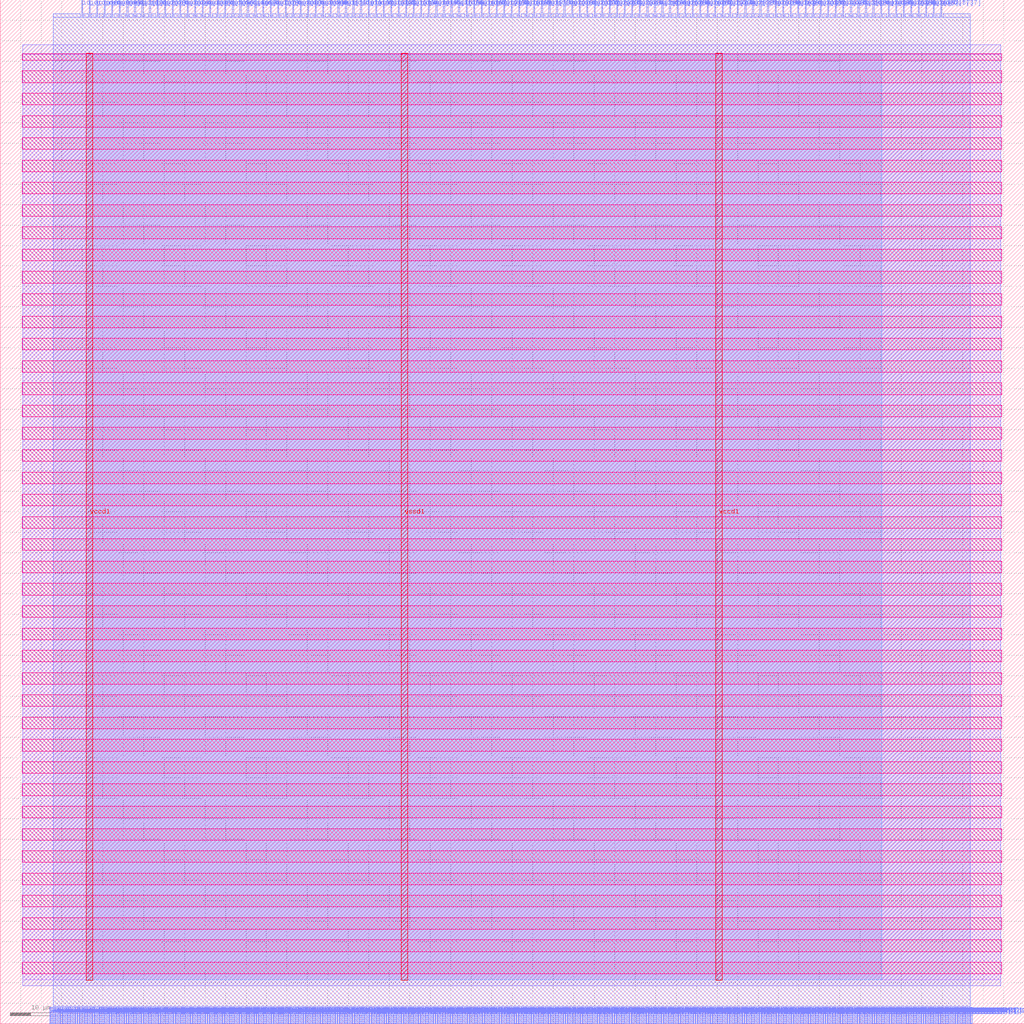
<source format=lef>
VERSION 5.7 ;
  NOWIREEXTENSIONATPIN ON ;
  DIVIDERCHAR "/" ;
  BUSBITCHARS "[]" ;
MACRO macro_nand_inv
  CLASS BLOCK ;
  FOREIGN macro_nand_inv ;
  ORIGIN 0.000 0.000 ;
  SIZE 250.000 BY 250.000 ;
  PIN io_active
    DIRECTION INPUT ;
    USE SIGNAL ;
    PORT
      LAYER met2 ;
        RECT 19.870 246.000 20.150 250.000 ;
    END
  END io_active
  PIN io_in[0]
    DIRECTION INPUT ;
    USE SIGNAL ;
    PORT
      LAYER met2 ;
        RECT 21.710 246.000 21.990 250.000 ;
    END
  END io_in[0]
  PIN io_in[10]
    DIRECTION INPUT ;
    USE SIGNAL ;
    PORT
      LAYER met2 ;
        RECT 76.910 246.000 77.190 250.000 ;
    END
  END io_in[10]
  PIN io_in[11]
    DIRECTION INPUT ;
    USE SIGNAL ;
    PORT
      LAYER met2 ;
        RECT 82.430 246.000 82.710 250.000 ;
    END
  END io_in[11]
  PIN io_in[12]
    DIRECTION INPUT ;
    USE SIGNAL ;
    PORT
      LAYER met2 ;
        RECT 87.950 246.000 88.230 250.000 ;
    END
  END io_in[12]
  PIN io_in[13]
    DIRECTION INPUT ;
    USE SIGNAL ;
    PORT
      LAYER met2 ;
        RECT 93.470 246.000 93.750 250.000 ;
    END
  END io_in[13]
  PIN io_in[14]
    DIRECTION INPUT ;
    USE SIGNAL ;
    PORT
      LAYER met2 ;
        RECT 98.990 246.000 99.270 250.000 ;
    END
  END io_in[14]
  PIN io_in[15]
    DIRECTION INPUT ;
    USE SIGNAL ;
    PORT
      LAYER met2 ;
        RECT 104.510 246.000 104.790 250.000 ;
    END
  END io_in[15]
  PIN io_in[16]
    DIRECTION INPUT ;
    USE SIGNAL ;
    PORT
      LAYER met2 ;
        RECT 110.030 246.000 110.310 250.000 ;
    END
  END io_in[16]
  PIN io_in[17]
    DIRECTION INPUT ;
    USE SIGNAL ;
    PORT
      LAYER met2 ;
        RECT 115.550 246.000 115.830 250.000 ;
    END
  END io_in[17]
  PIN io_in[18]
    DIRECTION INPUT ;
    USE SIGNAL ;
    PORT
      LAYER met2 ;
        RECT 121.070 246.000 121.350 250.000 ;
    END
  END io_in[18]
  PIN io_in[19]
    DIRECTION INPUT ;
    USE SIGNAL ;
    PORT
      LAYER met2 ;
        RECT 126.590 246.000 126.870 250.000 ;
    END
  END io_in[19]
  PIN io_in[1]
    DIRECTION INPUT ;
    USE SIGNAL ;
    PORT
      LAYER met2 ;
        RECT 27.230 246.000 27.510 250.000 ;
    END
  END io_in[1]
  PIN io_in[20]
    DIRECTION INPUT ;
    USE SIGNAL ;
    PORT
      LAYER met2 ;
        RECT 132.110 246.000 132.390 250.000 ;
    END
  END io_in[20]
  PIN io_in[21]
    DIRECTION INPUT ;
    USE SIGNAL ;
    PORT
      LAYER met2 ;
        RECT 137.630 246.000 137.910 250.000 ;
    END
  END io_in[21]
  PIN io_in[22]
    DIRECTION INPUT ;
    USE SIGNAL ;
    PORT
      LAYER met2 ;
        RECT 143.150 246.000 143.430 250.000 ;
    END
  END io_in[22]
  PIN io_in[23]
    DIRECTION INPUT ;
    USE SIGNAL ;
    PORT
      LAYER met2 ;
        RECT 148.670 246.000 148.950 250.000 ;
    END
  END io_in[23]
  PIN io_in[24]
    DIRECTION INPUT ;
    USE SIGNAL ;
    PORT
      LAYER met2 ;
        RECT 154.190 246.000 154.470 250.000 ;
    END
  END io_in[24]
  PIN io_in[25]
    DIRECTION INPUT ;
    USE SIGNAL ;
    PORT
      LAYER met2 ;
        RECT 159.710 246.000 159.990 250.000 ;
    END
  END io_in[25]
  PIN io_in[26]
    DIRECTION INPUT ;
    USE SIGNAL ;
    PORT
      LAYER met2 ;
        RECT 165.230 246.000 165.510 250.000 ;
    END
  END io_in[26]
  PIN io_in[27]
    DIRECTION INPUT ;
    USE SIGNAL ;
    PORT
      LAYER met2 ;
        RECT 170.750 246.000 171.030 250.000 ;
    END
  END io_in[27]
  PIN io_in[28]
    DIRECTION INPUT ;
    USE SIGNAL ;
    PORT
      LAYER met2 ;
        RECT 176.270 246.000 176.550 250.000 ;
    END
  END io_in[28]
  PIN io_in[29]
    DIRECTION INPUT ;
    USE SIGNAL ;
    PORT
      LAYER met2 ;
        RECT 181.790 246.000 182.070 250.000 ;
    END
  END io_in[29]
  PIN io_in[2]
    DIRECTION INPUT ;
    USE SIGNAL ;
    PORT
      LAYER met2 ;
        RECT 32.750 246.000 33.030 250.000 ;
    END
  END io_in[2]
  PIN io_in[30]
    DIRECTION INPUT ;
    USE SIGNAL ;
    PORT
      LAYER met2 ;
        RECT 187.310 246.000 187.590 250.000 ;
    END
  END io_in[30]
  PIN io_in[31]
    DIRECTION INPUT ;
    USE SIGNAL ;
    PORT
      LAYER met2 ;
        RECT 192.830 246.000 193.110 250.000 ;
    END
  END io_in[31]
  PIN io_in[32]
    DIRECTION INPUT ;
    USE SIGNAL ;
    PORT
      LAYER met2 ;
        RECT 198.350 246.000 198.630 250.000 ;
    END
  END io_in[32]
  PIN io_in[33]
    DIRECTION INPUT ;
    USE SIGNAL ;
    PORT
      LAYER met2 ;
        RECT 203.870 246.000 204.150 250.000 ;
    END
  END io_in[33]
  PIN io_in[34]
    DIRECTION INPUT ;
    USE SIGNAL ;
    PORT
      LAYER met2 ;
        RECT 209.390 246.000 209.670 250.000 ;
    END
  END io_in[34]
  PIN io_in[35]
    DIRECTION INPUT ;
    USE SIGNAL ;
    PORT
      LAYER met2 ;
        RECT 214.910 246.000 215.190 250.000 ;
    END
  END io_in[35]
  PIN io_in[36]
    DIRECTION INPUT ;
    USE SIGNAL ;
    PORT
      LAYER met2 ;
        RECT 220.430 246.000 220.710 250.000 ;
    END
  END io_in[36]
  PIN io_in[37]
    DIRECTION INPUT ;
    USE SIGNAL ;
    PORT
      LAYER met2 ;
        RECT 225.950 246.000 226.230 250.000 ;
    END
  END io_in[37]
  PIN io_in[3]
    DIRECTION INPUT ;
    USE SIGNAL ;
    PORT
      LAYER met2 ;
        RECT 38.270 246.000 38.550 250.000 ;
    END
  END io_in[3]
  PIN io_in[4]
    DIRECTION INPUT ;
    USE SIGNAL ;
    PORT
      LAYER met2 ;
        RECT 43.790 246.000 44.070 250.000 ;
    END
  END io_in[4]
  PIN io_in[5]
    DIRECTION INPUT ;
    USE SIGNAL ;
    PORT
      LAYER met2 ;
        RECT 49.310 246.000 49.590 250.000 ;
    END
  END io_in[5]
  PIN io_in[6]
    DIRECTION INPUT ;
    USE SIGNAL ;
    PORT
      LAYER met2 ;
        RECT 54.830 246.000 55.110 250.000 ;
    END
  END io_in[6]
  PIN io_in[7]
    DIRECTION INPUT ;
    USE SIGNAL ;
    PORT
      LAYER met2 ;
        RECT 60.350 246.000 60.630 250.000 ;
    END
  END io_in[7]
  PIN io_in[8]
    DIRECTION INPUT ;
    USE SIGNAL ;
    PORT
      LAYER met2 ;
        RECT 65.870 246.000 66.150 250.000 ;
    END
  END io_in[8]
  PIN io_in[9]
    DIRECTION INPUT ;
    USE SIGNAL ;
    PORT
      LAYER met2 ;
        RECT 71.390 246.000 71.670 250.000 ;
    END
  END io_in[9]
  PIN io_oeb[0]
    DIRECTION OUTPUT TRISTATE ;
    USE SIGNAL ;
    PORT
      LAYER met2 ;
        RECT 23.550 246.000 23.830 250.000 ;
    END
  END io_oeb[0]
  PIN io_oeb[10]
    DIRECTION OUTPUT TRISTATE ;
    USE SIGNAL ;
    PORT
      LAYER met2 ;
        RECT 78.750 246.000 79.030 250.000 ;
    END
  END io_oeb[10]
  PIN io_oeb[11]
    DIRECTION OUTPUT TRISTATE ;
    USE SIGNAL ;
    PORT
      LAYER met2 ;
        RECT 84.270 246.000 84.550 250.000 ;
    END
  END io_oeb[11]
  PIN io_oeb[12]
    DIRECTION OUTPUT TRISTATE ;
    USE SIGNAL ;
    PORT
      LAYER met2 ;
        RECT 89.790 246.000 90.070 250.000 ;
    END
  END io_oeb[12]
  PIN io_oeb[13]
    DIRECTION OUTPUT TRISTATE ;
    USE SIGNAL ;
    PORT
      LAYER met2 ;
        RECT 95.310 246.000 95.590 250.000 ;
    END
  END io_oeb[13]
  PIN io_oeb[14]
    DIRECTION OUTPUT TRISTATE ;
    USE SIGNAL ;
    PORT
      LAYER met2 ;
        RECT 100.830 246.000 101.110 250.000 ;
    END
  END io_oeb[14]
  PIN io_oeb[15]
    DIRECTION OUTPUT TRISTATE ;
    USE SIGNAL ;
    PORT
      LAYER met2 ;
        RECT 106.350 246.000 106.630 250.000 ;
    END
  END io_oeb[15]
  PIN io_oeb[16]
    DIRECTION OUTPUT TRISTATE ;
    USE SIGNAL ;
    PORT
      LAYER met2 ;
        RECT 111.870 246.000 112.150 250.000 ;
    END
  END io_oeb[16]
  PIN io_oeb[17]
    DIRECTION OUTPUT TRISTATE ;
    USE SIGNAL ;
    PORT
      LAYER met2 ;
        RECT 117.390 246.000 117.670 250.000 ;
    END
  END io_oeb[17]
  PIN io_oeb[18]
    DIRECTION OUTPUT TRISTATE ;
    USE SIGNAL ;
    PORT
      LAYER met2 ;
        RECT 122.910 246.000 123.190 250.000 ;
    END
  END io_oeb[18]
  PIN io_oeb[19]
    DIRECTION OUTPUT TRISTATE ;
    USE SIGNAL ;
    PORT
      LAYER met2 ;
        RECT 128.430 246.000 128.710 250.000 ;
    END
  END io_oeb[19]
  PIN io_oeb[1]
    DIRECTION OUTPUT TRISTATE ;
    USE SIGNAL ;
    PORT
      LAYER met2 ;
        RECT 29.070 246.000 29.350 250.000 ;
    END
  END io_oeb[1]
  PIN io_oeb[20]
    DIRECTION OUTPUT TRISTATE ;
    USE SIGNAL ;
    PORT
      LAYER met2 ;
        RECT 133.950 246.000 134.230 250.000 ;
    END
  END io_oeb[20]
  PIN io_oeb[21]
    DIRECTION OUTPUT TRISTATE ;
    USE SIGNAL ;
    PORT
      LAYER met2 ;
        RECT 139.470 246.000 139.750 250.000 ;
    END
  END io_oeb[21]
  PIN io_oeb[22]
    DIRECTION OUTPUT TRISTATE ;
    USE SIGNAL ;
    PORT
      LAYER met2 ;
        RECT 144.990 246.000 145.270 250.000 ;
    END
  END io_oeb[22]
  PIN io_oeb[23]
    DIRECTION OUTPUT TRISTATE ;
    USE SIGNAL ;
    PORT
      LAYER met2 ;
        RECT 150.510 246.000 150.790 250.000 ;
    END
  END io_oeb[23]
  PIN io_oeb[24]
    DIRECTION OUTPUT TRISTATE ;
    USE SIGNAL ;
    PORT
      LAYER met2 ;
        RECT 156.030 246.000 156.310 250.000 ;
    END
  END io_oeb[24]
  PIN io_oeb[25]
    DIRECTION OUTPUT TRISTATE ;
    USE SIGNAL ;
    PORT
      LAYER met2 ;
        RECT 161.550 246.000 161.830 250.000 ;
    END
  END io_oeb[25]
  PIN io_oeb[26]
    DIRECTION OUTPUT TRISTATE ;
    USE SIGNAL ;
    PORT
      LAYER met2 ;
        RECT 167.070 246.000 167.350 250.000 ;
    END
  END io_oeb[26]
  PIN io_oeb[27]
    DIRECTION OUTPUT TRISTATE ;
    USE SIGNAL ;
    PORT
      LAYER met2 ;
        RECT 172.590 246.000 172.870 250.000 ;
    END
  END io_oeb[27]
  PIN io_oeb[28]
    DIRECTION OUTPUT TRISTATE ;
    USE SIGNAL ;
    PORT
      LAYER met2 ;
        RECT 178.110 246.000 178.390 250.000 ;
    END
  END io_oeb[28]
  PIN io_oeb[29]
    DIRECTION OUTPUT TRISTATE ;
    USE SIGNAL ;
    PORT
      LAYER met2 ;
        RECT 183.630 246.000 183.910 250.000 ;
    END
  END io_oeb[29]
  PIN io_oeb[2]
    DIRECTION OUTPUT TRISTATE ;
    USE SIGNAL ;
    PORT
      LAYER met2 ;
        RECT 34.590 246.000 34.870 250.000 ;
    END
  END io_oeb[2]
  PIN io_oeb[30]
    DIRECTION OUTPUT TRISTATE ;
    USE SIGNAL ;
    PORT
      LAYER met2 ;
        RECT 189.150 246.000 189.430 250.000 ;
    END
  END io_oeb[30]
  PIN io_oeb[31]
    DIRECTION OUTPUT TRISTATE ;
    USE SIGNAL ;
    PORT
      LAYER met2 ;
        RECT 194.670 246.000 194.950 250.000 ;
    END
  END io_oeb[31]
  PIN io_oeb[32]
    DIRECTION OUTPUT TRISTATE ;
    USE SIGNAL ;
    PORT
      LAYER met2 ;
        RECT 200.190 246.000 200.470 250.000 ;
    END
  END io_oeb[32]
  PIN io_oeb[33]
    DIRECTION OUTPUT TRISTATE ;
    USE SIGNAL ;
    PORT
      LAYER met2 ;
        RECT 205.710 246.000 205.990 250.000 ;
    END
  END io_oeb[33]
  PIN io_oeb[34]
    DIRECTION OUTPUT TRISTATE ;
    USE SIGNAL ;
    PORT
      LAYER met2 ;
        RECT 211.230 246.000 211.510 250.000 ;
    END
  END io_oeb[34]
  PIN io_oeb[35]
    DIRECTION OUTPUT TRISTATE ;
    USE SIGNAL ;
    PORT
      LAYER met2 ;
        RECT 216.750 246.000 217.030 250.000 ;
    END
  END io_oeb[35]
  PIN io_oeb[36]
    DIRECTION OUTPUT TRISTATE ;
    USE SIGNAL ;
    PORT
      LAYER met2 ;
        RECT 222.270 246.000 222.550 250.000 ;
    END
  END io_oeb[36]
  PIN io_oeb[37]
    DIRECTION OUTPUT TRISTATE ;
    USE SIGNAL ;
    PORT
      LAYER met2 ;
        RECT 227.790 246.000 228.070 250.000 ;
    END
  END io_oeb[37]
  PIN io_oeb[3]
    DIRECTION OUTPUT TRISTATE ;
    USE SIGNAL ;
    PORT
      LAYER met2 ;
        RECT 40.110 246.000 40.390 250.000 ;
    END
  END io_oeb[3]
  PIN io_oeb[4]
    DIRECTION OUTPUT TRISTATE ;
    USE SIGNAL ;
    PORT
      LAYER met2 ;
        RECT 45.630 246.000 45.910 250.000 ;
    END
  END io_oeb[4]
  PIN io_oeb[5]
    DIRECTION OUTPUT TRISTATE ;
    USE SIGNAL ;
    PORT
      LAYER met2 ;
        RECT 51.150 246.000 51.430 250.000 ;
    END
  END io_oeb[5]
  PIN io_oeb[6]
    DIRECTION OUTPUT TRISTATE ;
    USE SIGNAL ;
    PORT
      LAYER met2 ;
        RECT 56.670 246.000 56.950 250.000 ;
    END
  END io_oeb[6]
  PIN io_oeb[7]
    DIRECTION OUTPUT TRISTATE ;
    USE SIGNAL ;
    PORT
      LAYER met2 ;
        RECT 62.190 246.000 62.470 250.000 ;
    END
  END io_oeb[7]
  PIN io_oeb[8]
    DIRECTION OUTPUT TRISTATE ;
    USE SIGNAL ;
    PORT
      LAYER met2 ;
        RECT 67.710 246.000 67.990 250.000 ;
    END
  END io_oeb[8]
  PIN io_oeb[9]
    DIRECTION OUTPUT TRISTATE ;
    USE SIGNAL ;
    PORT
      LAYER met2 ;
        RECT 73.230 246.000 73.510 250.000 ;
    END
  END io_oeb[9]
  PIN io_out[0]
    DIRECTION OUTPUT TRISTATE ;
    USE SIGNAL ;
    PORT
      LAYER met2 ;
        RECT 25.390 246.000 25.670 250.000 ;
    END
  END io_out[0]
  PIN io_out[10]
    DIRECTION OUTPUT TRISTATE ;
    USE SIGNAL ;
    PORT
      LAYER met2 ;
        RECT 80.590 246.000 80.870 250.000 ;
    END
  END io_out[10]
  PIN io_out[11]
    DIRECTION OUTPUT TRISTATE ;
    USE SIGNAL ;
    PORT
      LAYER met2 ;
        RECT 86.110 246.000 86.390 250.000 ;
    END
  END io_out[11]
  PIN io_out[12]
    DIRECTION OUTPUT TRISTATE ;
    USE SIGNAL ;
    PORT
      LAYER met2 ;
        RECT 91.630 246.000 91.910 250.000 ;
    END
  END io_out[12]
  PIN io_out[13]
    DIRECTION OUTPUT TRISTATE ;
    USE SIGNAL ;
    PORT
      LAYER met2 ;
        RECT 97.150 246.000 97.430 250.000 ;
    END
  END io_out[13]
  PIN io_out[14]
    DIRECTION OUTPUT TRISTATE ;
    USE SIGNAL ;
    PORT
      LAYER met2 ;
        RECT 102.670 246.000 102.950 250.000 ;
    END
  END io_out[14]
  PIN io_out[15]
    DIRECTION OUTPUT TRISTATE ;
    USE SIGNAL ;
    PORT
      LAYER met2 ;
        RECT 108.190 246.000 108.470 250.000 ;
    END
  END io_out[15]
  PIN io_out[16]
    DIRECTION OUTPUT TRISTATE ;
    USE SIGNAL ;
    PORT
      LAYER met2 ;
        RECT 113.710 246.000 113.990 250.000 ;
    END
  END io_out[16]
  PIN io_out[17]
    DIRECTION OUTPUT TRISTATE ;
    USE SIGNAL ;
    PORT
      LAYER met2 ;
        RECT 119.230 246.000 119.510 250.000 ;
    END
  END io_out[17]
  PIN io_out[18]
    DIRECTION OUTPUT TRISTATE ;
    USE SIGNAL ;
    PORT
      LAYER met2 ;
        RECT 124.750 246.000 125.030 250.000 ;
    END
  END io_out[18]
  PIN io_out[19]
    DIRECTION OUTPUT TRISTATE ;
    USE SIGNAL ;
    PORT
      LAYER met2 ;
        RECT 130.270 246.000 130.550 250.000 ;
    END
  END io_out[19]
  PIN io_out[1]
    DIRECTION OUTPUT TRISTATE ;
    USE SIGNAL ;
    PORT
      LAYER met2 ;
        RECT 30.910 246.000 31.190 250.000 ;
    END
  END io_out[1]
  PIN io_out[20]
    DIRECTION OUTPUT TRISTATE ;
    USE SIGNAL ;
    PORT
      LAYER met2 ;
        RECT 135.790 246.000 136.070 250.000 ;
    END
  END io_out[20]
  PIN io_out[21]
    DIRECTION OUTPUT TRISTATE ;
    USE SIGNAL ;
    PORT
      LAYER met2 ;
        RECT 141.310 246.000 141.590 250.000 ;
    END
  END io_out[21]
  PIN io_out[22]
    DIRECTION OUTPUT TRISTATE ;
    USE SIGNAL ;
    PORT
      LAYER met2 ;
        RECT 146.830 246.000 147.110 250.000 ;
    END
  END io_out[22]
  PIN io_out[23]
    DIRECTION OUTPUT TRISTATE ;
    USE SIGNAL ;
    PORT
      LAYER met2 ;
        RECT 152.350 246.000 152.630 250.000 ;
    END
  END io_out[23]
  PIN io_out[24]
    DIRECTION OUTPUT TRISTATE ;
    USE SIGNAL ;
    PORT
      LAYER met2 ;
        RECT 157.870 246.000 158.150 250.000 ;
    END
  END io_out[24]
  PIN io_out[25]
    DIRECTION OUTPUT TRISTATE ;
    USE SIGNAL ;
    PORT
      LAYER met2 ;
        RECT 163.390 246.000 163.670 250.000 ;
    END
  END io_out[25]
  PIN io_out[26]
    DIRECTION OUTPUT TRISTATE ;
    USE SIGNAL ;
    PORT
      LAYER met2 ;
        RECT 168.910 246.000 169.190 250.000 ;
    END
  END io_out[26]
  PIN io_out[27]
    DIRECTION OUTPUT TRISTATE ;
    USE SIGNAL ;
    PORT
      LAYER met2 ;
        RECT 174.430 246.000 174.710 250.000 ;
    END
  END io_out[27]
  PIN io_out[28]
    DIRECTION OUTPUT TRISTATE ;
    USE SIGNAL ;
    PORT
      LAYER met2 ;
        RECT 179.950 246.000 180.230 250.000 ;
    END
  END io_out[28]
  PIN io_out[29]
    DIRECTION OUTPUT TRISTATE ;
    USE SIGNAL ;
    PORT
      LAYER met2 ;
        RECT 185.470 246.000 185.750 250.000 ;
    END
  END io_out[29]
  PIN io_out[2]
    DIRECTION OUTPUT TRISTATE ;
    USE SIGNAL ;
    PORT
      LAYER met2 ;
        RECT 36.430 246.000 36.710 250.000 ;
    END
  END io_out[2]
  PIN io_out[30]
    DIRECTION OUTPUT TRISTATE ;
    USE SIGNAL ;
    PORT
      LAYER met2 ;
        RECT 190.990 246.000 191.270 250.000 ;
    END
  END io_out[30]
  PIN io_out[31]
    DIRECTION OUTPUT TRISTATE ;
    USE SIGNAL ;
    PORT
      LAYER met2 ;
        RECT 196.510 246.000 196.790 250.000 ;
    END
  END io_out[31]
  PIN io_out[32]
    DIRECTION OUTPUT TRISTATE ;
    USE SIGNAL ;
    PORT
      LAYER met2 ;
        RECT 202.030 246.000 202.310 250.000 ;
    END
  END io_out[32]
  PIN io_out[33]
    DIRECTION OUTPUT TRISTATE ;
    USE SIGNAL ;
    PORT
      LAYER met2 ;
        RECT 207.550 246.000 207.830 250.000 ;
    END
  END io_out[33]
  PIN io_out[34]
    DIRECTION OUTPUT TRISTATE ;
    USE SIGNAL ;
    PORT
      LAYER met2 ;
        RECT 213.070 246.000 213.350 250.000 ;
    END
  END io_out[34]
  PIN io_out[35]
    DIRECTION OUTPUT TRISTATE ;
    USE SIGNAL ;
    PORT
      LAYER met2 ;
        RECT 218.590 246.000 218.870 250.000 ;
    END
  END io_out[35]
  PIN io_out[36]
    DIRECTION OUTPUT TRISTATE ;
    USE SIGNAL ;
    PORT
      LAYER met2 ;
        RECT 224.110 246.000 224.390 250.000 ;
    END
  END io_out[36]
  PIN io_out[37]
    DIRECTION OUTPUT TRISTATE ;
    USE SIGNAL ;
    PORT
      LAYER met2 ;
        RECT 229.630 246.000 229.910 250.000 ;
    END
  END io_out[37]
  PIN io_out[3]
    DIRECTION OUTPUT TRISTATE ;
    USE SIGNAL ;
    PORT
      LAYER met2 ;
        RECT 41.950 246.000 42.230 250.000 ;
    END
  END io_out[3]
  PIN io_out[4]
    DIRECTION OUTPUT TRISTATE ;
    USE SIGNAL ;
    PORT
      LAYER met2 ;
        RECT 47.470 246.000 47.750 250.000 ;
    END
  END io_out[4]
  PIN io_out[5]
    DIRECTION OUTPUT TRISTATE ;
    USE SIGNAL ;
    PORT
      LAYER met2 ;
        RECT 52.990 246.000 53.270 250.000 ;
    END
  END io_out[5]
  PIN io_out[6]
    DIRECTION OUTPUT TRISTATE ;
    USE SIGNAL ;
    PORT
      LAYER met2 ;
        RECT 58.510 246.000 58.790 250.000 ;
    END
  END io_out[6]
  PIN io_out[7]
    DIRECTION OUTPUT TRISTATE ;
    USE SIGNAL ;
    PORT
      LAYER met2 ;
        RECT 64.030 246.000 64.310 250.000 ;
    END
  END io_out[7]
  PIN io_out[8]
    DIRECTION OUTPUT TRISTATE ;
    USE SIGNAL ;
    PORT
      LAYER met2 ;
        RECT 69.550 246.000 69.830 250.000 ;
    END
  END io_out[8]
  PIN io_out[9]
    DIRECTION OUTPUT TRISTATE ;
    USE SIGNAL ;
    PORT
      LAYER met2 ;
        RECT 75.070 246.000 75.350 250.000 ;
    END
  END io_out[9]
  PIN la_data_in[0]
    DIRECTION INPUT ;
    USE SIGNAL ;
    PORT
      LAYER met2 ;
        RECT 60.810 0.000 61.090 4.000 ;
    END
  END la_data_in[0]
  PIN la_data_in[100]
    DIRECTION INPUT ;
    USE SIGNAL ;
    PORT
      LAYER met2 ;
        RECT 198.810 0.000 199.090 4.000 ;
    END
  END la_data_in[100]
  PIN la_data_in[101]
    DIRECTION INPUT ;
    USE SIGNAL ;
    PORT
      LAYER met2 ;
        RECT 200.190 0.000 200.470 4.000 ;
    END
  END la_data_in[101]
  PIN la_data_in[102]
    DIRECTION INPUT ;
    USE SIGNAL ;
    PORT
      LAYER met2 ;
        RECT 201.570 0.000 201.850 4.000 ;
    END
  END la_data_in[102]
  PIN la_data_in[103]
    DIRECTION INPUT ;
    USE SIGNAL ;
    PORT
      LAYER met2 ;
        RECT 202.950 0.000 203.230 4.000 ;
    END
  END la_data_in[103]
  PIN la_data_in[104]
    DIRECTION INPUT ;
    USE SIGNAL ;
    PORT
      LAYER met2 ;
        RECT 204.330 0.000 204.610 4.000 ;
    END
  END la_data_in[104]
  PIN la_data_in[105]
    DIRECTION INPUT ;
    USE SIGNAL ;
    PORT
      LAYER met2 ;
        RECT 205.710 0.000 205.990 4.000 ;
    END
  END la_data_in[105]
  PIN la_data_in[106]
    DIRECTION INPUT ;
    USE SIGNAL ;
    PORT
      LAYER met2 ;
        RECT 207.090 0.000 207.370 4.000 ;
    END
  END la_data_in[106]
  PIN la_data_in[107]
    DIRECTION INPUT ;
    USE SIGNAL ;
    PORT
      LAYER met2 ;
        RECT 208.470 0.000 208.750 4.000 ;
    END
  END la_data_in[107]
  PIN la_data_in[108]
    DIRECTION INPUT ;
    USE SIGNAL ;
    PORT
      LAYER met2 ;
        RECT 209.850 0.000 210.130 4.000 ;
    END
  END la_data_in[108]
  PIN la_data_in[109]
    DIRECTION INPUT ;
    USE SIGNAL ;
    PORT
      LAYER met2 ;
        RECT 211.230 0.000 211.510 4.000 ;
    END
  END la_data_in[109]
  PIN la_data_in[10]
    DIRECTION INPUT ;
    USE SIGNAL ;
    PORT
      LAYER met2 ;
        RECT 74.610 0.000 74.890 4.000 ;
    END
  END la_data_in[10]
  PIN la_data_in[110]
    DIRECTION INPUT ;
    USE SIGNAL ;
    PORT
      LAYER met2 ;
        RECT 212.610 0.000 212.890 4.000 ;
    END
  END la_data_in[110]
  PIN la_data_in[111]
    DIRECTION INPUT ;
    USE SIGNAL ;
    PORT
      LAYER met2 ;
        RECT 213.990 0.000 214.270 4.000 ;
    END
  END la_data_in[111]
  PIN la_data_in[112]
    DIRECTION INPUT ;
    USE SIGNAL ;
    PORT
      LAYER met2 ;
        RECT 215.370 0.000 215.650 4.000 ;
    END
  END la_data_in[112]
  PIN la_data_in[113]
    DIRECTION INPUT ;
    USE SIGNAL ;
    PORT
      LAYER met2 ;
        RECT 216.750 0.000 217.030 4.000 ;
    END
  END la_data_in[113]
  PIN la_data_in[114]
    DIRECTION INPUT ;
    USE SIGNAL ;
    PORT
      LAYER met2 ;
        RECT 218.130 0.000 218.410 4.000 ;
    END
  END la_data_in[114]
  PIN la_data_in[115]
    DIRECTION INPUT ;
    USE SIGNAL ;
    PORT
      LAYER met2 ;
        RECT 219.510 0.000 219.790 4.000 ;
    END
  END la_data_in[115]
  PIN la_data_in[116]
    DIRECTION INPUT ;
    USE SIGNAL ;
    PORT
      LAYER met2 ;
        RECT 220.890 0.000 221.170 4.000 ;
    END
  END la_data_in[116]
  PIN la_data_in[117]
    DIRECTION INPUT ;
    USE SIGNAL ;
    PORT
      LAYER met2 ;
        RECT 222.270 0.000 222.550 4.000 ;
    END
  END la_data_in[117]
  PIN la_data_in[118]
    DIRECTION INPUT ;
    USE SIGNAL ;
    PORT
      LAYER met2 ;
        RECT 223.650 0.000 223.930 4.000 ;
    END
  END la_data_in[118]
  PIN la_data_in[119]
    DIRECTION INPUT ;
    USE SIGNAL ;
    PORT
      LAYER met2 ;
        RECT 225.030 0.000 225.310 4.000 ;
    END
  END la_data_in[119]
  PIN la_data_in[11]
    DIRECTION INPUT ;
    USE SIGNAL ;
    PORT
      LAYER met2 ;
        RECT 75.990 0.000 76.270 4.000 ;
    END
  END la_data_in[11]
  PIN la_data_in[120]
    DIRECTION INPUT ;
    USE SIGNAL ;
    PORT
      LAYER met2 ;
        RECT 226.410 0.000 226.690 4.000 ;
    END
  END la_data_in[120]
  PIN la_data_in[121]
    DIRECTION INPUT ;
    USE SIGNAL ;
    PORT
      LAYER met2 ;
        RECT 227.790 0.000 228.070 4.000 ;
    END
  END la_data_in[121]
  PIN la_data_in[122]
    DIRECTION INPUT ;
    USE SIGNAL ;
    PORT
      LAYER met2 ;
        RECT 229.170 0.000 229.450 4.000 ;
    END
  END la_data_in[122]
  PIN la_data_in[123]
    DIRECTION INPUT ;
    USE SIGNAL ;
    PORT
      LAYER met2 ;
        RECT 230.550 0.000 230.830 4.000 ;
    END
  END la_data_in[123]
  PIN la_data_in[124]
    DIRECTION INPUT ;
    USE SIGNAL ;
    PORT
      LAYER met2 ;
        RECT 231.930 0.000 232.210 4.000 ;
    END
  END la_data_in[124]
  PIN la_data_in[125]
    DIRECTION INPUT ;
    USE SIGNAL ;
    PORT
      LAYER met2 ;
        RECT 233.310 0.000 233.590 4.000 ;
    END
  END la_data_in[125]
  PIN la_data_in[126]
    DIRECTION INPUT ;
    USE SIGNAL ;
    PORT
      LAYER met2 ;
        RECT 234.690 0.000 234.970 4.000 ;
    END
  END la_data_in[126]
  PIN la_data_in[127]
    DIRECTION INPUT ;
    USE SIGNAL ;
    PORT
      LAYER met2 ;
        RECT 236.070 0.000 236.350 4.000 ;
    END
  END la_data_in[127]
  PIN la_data_in[12]
    DIRECTION INPUT ;
    USE SIGNAL ;
    PORT
      LAYER met2 ;
        RECT 77.370 0.000 77.650 4.000 ;
    END
  END la_data_in[12]
  PIN la_data_in[13]
    DIRECTION INPUT ;
    USE SIGNAL ;
    PORT
      LAYER met2 ;
        RECT 78.750 0.000 79.030 4.000 ;
    END
  END la_data_in[13]
  PIN la_data_in[14]
    DIRECTION INPUT ;
    USE SIGNAL ;
    PORT
      LAYER met2 ;
        RECT 80.130 0.000 80.410 4.000 ;
    END
  END la_data_in[14]
  PIN la_data_in[15]
    DIRECTION INPUT ;
    USE SIGNAL ;
    PORT
      LAYER met2 ;
        RECT 81.510 0.000 81.790 4.000 ;
    END
  END la_data_in[15]
  PIN la_data_in[16]
    DIRECTION INPUT ;
    USE SIGNAL ;
    PORT
      LAYER met2 ;
        RECT 82.890 0.000 83.170 4.000 ;
    END
  END la_data_in[16]
  PIN la_data_in[17]
    DIRECTION INPUT ;
    USE SIGNAL ;
    PORT
      LAYER met2 ;
        RECT 84.270 0.000 84.550 4.000 ;
    END
  END la_data_in[17]
  PIN la_data_in[18]
    DIRECTION INPUT ;
    USE SIGNAL ;
    PORT
      LAYER met2 ;
        RECT 85.650 0.000 85.930 4.000 ;
    END
  END la_data_in[18]
  PIN la_data_in[19]
    DIRECTION INPUT ;
    USE SIGNAL ;
    PORT
      LAYER met2 ;
        RECT 87.030 0.000 87.310 4.000 ;
    END
  END la_data_in[19]
  PIN la_data_in[1]
    DIRECTION INPUT ;
    USE SIGNAL ;
    PORT
      LAYER met2 ;
        RECT 62.190 0.000 62.470 4.000 ;
    END
  END la_data_in[1]
  PIN la_data_in[20]
    DIRECTION INPUT ;
    USE SIGNAL ;
    PORT
      LAYER met2 ;
        RECT 88.410 0.000 88.690 4.000 ;
    END
  END la_data_in[20]
  PIN la_data_in[21]
    DIRECTION INPUT ;
    USE SIGNAL ;
    PORT
      LAYER met2 ;
        RECT 89.790 0.000 90.070 4.000 ;
    END
  END la_data_in[21]
  PIN la_data_in[22]
    DIRECTION INPUT ;
    USE SIGNAL ;
    PORT
      LAYER met2 ;
        RECT 91.170 0.000 91.450 4.000 ;
    END
  END la_data_in[22]
  PIN la_data_in[23]
    DIRECTION INPUT ;
    USE SIGNAL ;
    PORT
      LAYER met2 ;
        RECT 92.550 0.000 92.830 4.000 ;
    END
  END la_data_in[23]
  PIN la_data_in[24]
    DIRECTION INPUT ;
    USE SIGNAL ;
    PORT
      LAYER met2 ;
        RECT 93.930 0.000 94.210 4.000 ;
    END
  END la_data_in[24]
  PIN la_data_in[25]
    DIRECTION INPUT ;
    USE SIGNAL ;
    PORT
      LAYER met2 ;
        RECT 95.310 0.000 95.590 4.000 ;
    END
  END la_data_in[25]
  PIN la_data_in[26]
    DIRECTION INPUT ;
    USE SIGNAL ;
    PORT
      LAYER met2 ;
        RECT 96.690 0.000 96.970 4.000 ;
    END
  END la_data_in[26]
  PIN la_data_in[27]
    DIRECTION INPUT ;
    USE SIGNAL ;
    PORT
      LAYER met2 ;
        RECT 98.070 0.000 98.350 4.000 ;
    END
  END la_data_in[27]
  PIN la_data_in[28]
    DIRECTION INPUT ;
    USE SIGNAL ;
    PORT
      LAYER met2 ;
        RECT 99.450 0.000 99.730 4.000 ;
    END
  END la_data_in[28]
  PIN la_data_in[29]
    DIRECTION INPUT ;
    USE SIGNAL ;
    PORT
      LAYER met2 ;
        RECT 100.830 0.000 101.110 4.000 ;
    END
  END la_data_in[29]
  PIN la_data_in[2]
    DIRECTION INPUT ;
    USE SIGNAL ;
    PORT
      LAYER met2 ;
        RECT 63.570 0.000 63.850 4.000 ;
    END
  END la_data_in[2]
  PIN la_data_in[30]
    DIRECTION INPUT ;
    USE SIGNAL ;
    PORT
      LAYER met2 ;
        RECT 102.210 0.000 102.490 4.000 ;
    END
  END la_data_in[30]
  PIN la_data_in[31]
    DIRECTION INPUT ;
    USE SIGNAL ;
    PORT
      LAYER met2 ;
        RECT 103.590 0.000 103.870 4.000 ;
    END
  END la_data_in[31]
  PIN la_data_in[32]
    DIRECTION INPUT ;
    USE SIGNAL ;
    PORT
      LAYER met2 ;
        RECT 104.970 0.000 105.250 4.000 ;
    END
  END la_data_in[32]
  PIN la_data_in[33]
    DIRECTION INPUT ;
    USE SIGNAL ;
    PORT
      LAYER met2 ;
        RECT 106.350 0.000 106.630 4.000 ;
    END
  END la_data_in[33]
  PIN la_data_in[34]
    DIRECTION INPUT ;
    USE SIGNAL ;
    PORT
      LAYER met2 ;
        RECT 107.730 0.000 108.010 4.000 ;
    END
  END la_data_in[34]
  PIN la_data_in[35]
    DIRECTION INPUT ;
    USE SIGNAL ;
    PORT
      LAYER met2 ;
        RECT 109.110 0.000 109.390 4.000 ;
    END
  END la_data_in[35]
  PIN la_data_in[36]
    DIRECTION INPUT ;
    USE SIGNAL ;
    PORT
      LAYER met2 ;
        RECT 110.490 0.000 110.770 4.000 ;
    END
  END la_data_in[36]
  PIN la_data_in[37]
    DIRECTION INPUT ;
    USE SIGNAL ;
    PORT
      LAYER met2 ;
        RECT 111.870 0.000 112.150 4.000 ;
    END
  END la_data_in[37]
  PIN la_data_in[38]
    DIRECTION INPUT ;
    USE SIGNAL ;
    PORT
      LAYER met2 ;
        RECT 113.250 0.000 113.530 4.000 ;
    END
  END la_data_in[38]
  PIN la_data_in[39]
    DIRECTION INPUT ;
    USE SIGNAL ;
    PORT
      LAYER met2 ;
        RECT 114.630 0.000 114.910 4.000 ;
    END
  END la_data_in[39]
  PIN la_data_in[3]
    DIRECTION INPUT ;
    USE SIGNAL ;
    PORT
      LAYER met2 ;
        RECT 64.950 0.000 65.230 4.000 ;
    END
  END la_data_in[3]
  PIN la_data_in[40]
    DIRECTION INPUT ;
    USE SIGNAL ;
    PORT
      LAYER met2 ;
        RECT 116.010 0.000 116.290 4.000 ;
    END
  END la_data_in[40]
  PIN la_data_in[41]
    DIRECTION INPUT ;
    USE SIGNAL ;
    PORT
      LAYER met2 ;
        RECT 117.390 0.000 117.670 4.000 ;
    END
  END la_data_in[41]
  PIN la_data_in[42]
    DIRECTION INPUT ;
    USE SIGNAL ;
    PORT
      LAYER met2 ;
        RECT 118.770 0.000 119.050 4.000 ;
    END
  END la_data_in[42]
  PIN la_data_in[43]
    DIRECTION INPUT ;
    USE SIGNAL ;
    PORT
      LAYER met2 ;
        RECT 120.150 0.000 120.430 4.000 ;
    END
  END la_data_in[43]
  PIN la_data_in[44]
    DIRECTION INPUT ;
    USE SIGNAL ;
    PORT
      LAYER met2 ;
        RECT 121.530 0.000 121.810 4.000 ;
    END
  END la_data_in[44]
  PIN la_data_in[45]
    DIRECTION INPUT ;
    USE SIGNAL ;
    PORT
      LAYER met2 ;
        RECT 122.910 0.000 123.190 4.000 ;
    END
  END la_data_in[45]
  PIN la_data_in[46]
    DIRECTION INPUT ;
    USE SIGNAL ;
    PORT
      LAYER met2 ;
        RECT 124.290 0.000 124.570 4.000 ;
    END
  END la_data_in[46]
  PIN la_data_in[47]
    DIRECTION INPUT ;
    USE SIGNAL ;
    PORT
      LAYER met2 ;
        RECT 125.670 0.000 125.950 4.000 ;
    END
  END la_data_in[47]
  PIN la_data_in[48]
    DIRECTION INPUT ;
    USE SIGNAL ;
    PORT
      LAYER met2 ;
        RECT 127.050 0.000 127.330 4.000 ;
    END
  END la_data_in[48]
  PIN la_data_in[49]
    DIRECTION INPUT ;
    USE SIGNAL ;
    PORT
      LAYER met2 ;
        RECT 128.430 0.000 128.710 4.000 ;
    END
  END la_data_in[49]
  PIN la_data_in[4]
    DIRECTION INPUT ;
    USE SIGNAL ;
    PORT
      LAYER met2 ;
        RECT 66.330 0.000 66.610 4.000 ;
    END
  END la_data_in[4]
  PIN la_data_in[50]
    DIRECTION INPUT ;
    USE SIGNAL ;
    PORT
      LAYER met2 ;
        RECT 129.810 0.000 130.090 4.000 ;
    END
  END la_data_in[50]
  PIN la_data_in[51]
    DIRECTION INPUT ;
    USE SIGNAL ;
    PORT
      LAYER met2 ;
        RECT 131.190 0.000 131.470 4.000 ;
    END
  END la_data_in[51]
  PIN la_data_in[52]
    DIRECTION INPUT ;
    USE SIGNAL ;
    PORT
      LAYER met2 ;
        RECT 132.570 0.000 132.850 4.000 ;
    END
  END la_data_in[52]
  PIN la_data_in[53]
    DIRECTION INPUT ;
    USE SIGNAL ;
    PORT
      LAYER met2 ;
        RECT 133.950 0.000 134.230 4.000 ;
    END
  END la_data_in[53]
  PIN la_data_in[54]
    DIRECTION INPUT ;
    USE SIGNAL ;
    PORT
      LAYER met2 ;
        RECT 135.330 0.000 135.610 4.000 ;
    END
  END la_data_in[54]
  PIN la_data_in[55]
    DIRECTION INPUT ;
    USE SIGNAL ;
    PORT
      LAYER met2 ;
        RECT 136.710 0.000 136.990 4.000 ;
    END
  END la_data_in[55]
  PIN la_data_in[56]
    DIRECTION INPUT ;
    USE SIGNAL ;
    PORT
      LAYER met2 ;
        RECT 138.090 0.000 138.370 4.000 ;
    END
  END la_data_in[56]
  PIN la_data_in[57]
    DIRECTION INPUT ;
    USE SIGNAL ;
    PORT
      LAYER met2 ;
        RECT 139.470 0.000 139.750 4.000 ;
    END
  END la_data_in[57]
  PIN la_data_in[58]
    DIRECTION INPUT ;
    USE SIGNAL ;
    PORT
      LAYER met2 ;
        RECT 140.850 0.000 141.130 4.000 ;
    END
  END la_data_in[58]
  PIN la_data_in[59]
    DIRECTION INPUT ;
    USE SIGNAL ;
    PORT
      LAYER met2 ;
        RECT 142.230 0.000 142.510 4.000 ;
    END
  END la_data_in[59]
  PIN la_data_in[5]
    DIRECTION INPUT ;
    USE SIGNAL ;
    PORT
      LAYER met2 ;
        RECT 67.710 0.000 67.990 4.000 ;
    END
  END la_data_in[5]
  PIN la_data_in[60]
    DIRECTION INPUT ;
    USE SIGNAL ;
    PORT
      LAYER met2 ;
        RECT 143.610 0.000 143.890 4.000 ;
    END
  END la_data_in[60]
  PIN la_data_in[61]
    DIRECTION INPUT ;
    USE SIGNAL ;
    PORT
      LAYER met2 ;
        RECT 144.990 0.000 145.270 4.000 ;
    END
  END la_data_in[61]
  PIN la_data_in[62]
    DIRECTION INPUT ;
    USE SIGNAL ;
    PORT
      LAYER met2 ;
        RECT 146.370 0.000 146.650 4.000 ;
    END
  END la_data_in[62]
  PIN la_data_in[63]
    DIRECTION INPUT ;
    USE SIGNAL ;
    PORT
      LAYER met2 ;
        RECT 147.750 0.000 148.030 4.000 ;
    END
  END la_data_in[63]
  PIN la_data_in[64]
    DIRECTION INPUT ;
    USE SIGNAL ;
    PORT
      LAYER met2 ;
        RECT 149.130 0.000 149.410 4.000 ;
    END
  END la_data_in[64]
  PIN la_data_in[65]
    DIRECTION INPUT ;
    USE SIGNAL ;
    PORT
      LAYER met2 ;
        RECT 150.510 0.000 150.790 4.000 ;
    END
  END la_data_in[65]
  PIN la_data_in[66]
    DIRECTION INPUT ;
    USE SIGNAL ;
    PORT
      LAYER met2 ;
        RECT 151.890 0.000 152.170 4.000 ;
    END
  END la_data_in[66]
  PIN la_data_in[67]
    DIRECTION INPUT ;
    USE SIGNAL ;
    PORT
      LAYER met2 ;
        RECT 153.270 0.000 153.550 4.000 ;
    END
  END la_data_in[67]
  PIN la_data_in[68]
    DIRECTION INPUT ;
    USE SIGNAL ;
    PORT
      LAYER met2 ;
        RECT 154.650 0.000 154.930 4.000 ;
    END
  END la_data_in[68]
  PIN la_data_in[69]
    DIRECTION INPUT ;
    USE SIGNAL ;
    PORT
      LAYER met2 ;
        RECT 156.030 0.000 156.310 4.000 ;
    END
  END la_data_in[69]
  PIN la_data_in[6]
    DIRECTION INPUT ;
    USE SIGNAL ;
    PORT
      LAYER met2 ;
        RECT 69.090 0.000 69.370 4.000 ;
    END
  END la_data_in[6]
  PIN la_data_in[70]
    DIRECTION INPUT ;
    USE SIGNAL ;
    PORT
      LAYER met2 ;
        RECT 157.410 0.000 157.690 4.000 ;
    END
  END la_data_in[70]
  PIN la_data_in[71]
    DIRECTION INPUT ;
    USE SIGNAL ;
    PORT
      LAYER met2 ;
        RECT 158.790 0.000 159.070 4.000 ;
    END
  END la_data_in[71]
  PIN la_data_in[72]
    DIRECTION INPUT ;
    USE SIGNAL ;
    PORT
      LAYER met2 ;
        RECT 160.170 0.000 160.450 4.000 ;
    END
  END la_data_in[72]
  PIN la_data_in[73]
    DIRECTION INPUT ;
    USE SIGNAL ;
    PORT
      LAYER met2 ;
        RECT 161.550 0.000 161.830 4.000 ;
    END
  END la_data_in[73]
  PIN la_data_in[74]
    DIRECTION INPUT ;
    USE SIGNAL ;
    PORT
      LAYER met2 ;
        RECT 162.930 0.000 163.210 4.000 ;
    END
  END la_data_in[74]
  PIN la_data_in[75]
    DIRECTION INPUT ;
    USE SIGNAL ;
    PORT
      LAYER met2 ;
        RECT 164.310 0.000 164.590 4.000 ;
    END
  END la_data_in[75]
  PIN la_data_in[76]
    DIRECTION INPUT ;
    USE SIGNAL ;
    PORT
      LAYER met2 ;
        RECT 165.690 0.000 165.970 4.000 ;
    END
  END la_data_in[76]
  PIN la_data_in[77]
    DIRECTION INPUT ;
    USE SIGNAL ;
    PORT
      LAYER met2 ;
        RECT 167.070 0.000 167.350 4.000 ;
    END
  END la_data_in[77]
  PIN la_data_in[78]
    DIRECTION INPUT ;
    USE SIGNAL ;
    PORT
      LAYER met2 ;
        RECT 168.450 0.000 168.730 4.000 ;
    END
  END la_data_in[78]
  PIN la_data_in[79]
    DIRECTION INPUT ;
    USE SIGNAL ;
    PORT
      LAYER met2 ;
        RECT 169.830 0.000 170.110 4.000 ;
    END
  END la_data_in[79]
  PIN la_data_in[7]
    DIRECTION INPUT ;
    USE SIGNAL ;
    PORT
      LAYER met2 ;
        RECT 70.470 0.000 70.750 4.000 ;
    END
  END la_data_in[7]
  PIN la_data_in[80]
    DIRECTION INPUT ;
    USE SIGNAL ;
    PORT
      LAYER met2 ;
        RECT 171.210 0.000 171.490 4.000 ;
    END
  END la_data_in[80]
  PIN la_data_in[81]
    DIRECTION INPUT ;
    USE SIGNAL ;
    PORT
      LAYER met2 ;
        RECT 172.590 0.000 172.870 4.000 ;
    END
  END la_data_in[81]
  PIN la_data_in[82]
    DIRECTION INPUT ;
    USE SIGNAL ;
    PORT
      LAYER met2 ;
        RECT 173.970 0.000 174.250 4.000 ;
    END
  END la_data_in[82]
  PIN la_data_in[83]
    DIRECTION INPUT ;
    USE SIGNAL ;
    PORT
      LAYER met2 ;
        RECT 175.350 0.000 175.630 4.000 ;
    END
  END la_data_in[83]
  PIN la_data_in[84]
    DIRECTION INPUT ;
    USE SIGNAL ;
    PORT
      LAYER met2 ;
        RECT 176.730 0.000 177.010 4.000 ;
    END
  END la_data_in[84]
  PIN la_data_in[85]
    DIRECTION INPUT ;
    USE SIGNAL ;
    PORT
      LAYER met2 ;
        RECT 178.110 0.000 178.390 4.000 ;
    END
  END la_data_in[85]
  PIN la_data_in[86]
    DIRECTION INPUT ;
    USE SIGNAL ;
    PORT
      LAYER met2 ;
        RECT 179.490 0.000 179.770 4.000 ;
    END
  END la_data_in[86]
  PIN la_data_in[87]
    DIRECTION INPUT ;
    USE SIGNAL ;
    PORT
      LAYER met2 ;
        RECT 180.870 0.000 181.150 4.000 ;
    END
  END la_data_in[87]
  PIN la_data_in[88]
    DIRECTION INPUT ;
    USE SIGNAL ;
    PORT
      LAYER met2 ;
        RECT 182.250 0.000 182.530 4.000 ;
    END
  END la_data_in[88]
  PIN la_data_in[89]
    DIRECTION INPUT ;
    USE SIGNAL ;
    PORT
      LAYER met2 ;
        RECT 183.630 0.000 183.910 4.000 ;
    END
  END la_data_in[89]
  PIN la_data_in[8]
    DIRECTION INPUT ;
    USE SIGNAL ;
    PORT
      LAYER met2 ;
        RECT 71.850 0.000 72.130 4.000 ;
    END
  END la_data_in[8]
  PIN la_data_in[90]
    DIRECTION INPUT ;
    USE SIGNAL ;
    PORT
      LAYER met2 ;
        RECT 185.010 0.000 185.290 4.000 ;
    END
  END la_data_in[90]
  PIN la_data_in[91]
    DIRECTION INPUT ;
    USE SIGNAL ;
    PORT
      LAYER met2 ;
        RECT 186.390 0.000 186.670 4.000 ;
    END
  END la_data_in[91]
  PIN la_data_in[92]
    DIRECTION INPUT ;
    USE SIGNAL ;
    PORT
      LAYER met2 ;
        RECT 187.770 0.000 188.050 4.000 ;
    END
  END la_data_in[92]
  PIN la_data_in[93]
    DIRECTION INPUT ;
    USE SIGNAL ;
    PORT
      LAYER met2 ;
        RECT 189.150 0.000 189.430 4.000 ;
    END
  END la_data_in[93]
  PIN la_data_in[94]
    DIRECTION INPUT ;
    USE SIGNAL ;
    PORT
      LAYER met2 ;
        RECT 190.530 0.000 190.810 4.000 ;
    END
  END la_data_in[94]
  PIN la_data_in[95]
    DIRECTION INPUT ;
    USE SIGNAL ;
    PORT
      LAYER met2 ;
        RECT 191.910 0.000 192.190 4.000 ;
    END
  END la_data_in[95]
  PIN la_data_in[96]
    DIRECTION INPUT ;
    USE SIGNAL ;
    PORT
      LAYER met2 ;
        RECT 193.290 0.000 193.570 4.000 ;
    END
  END la_data_in[96]
  PIN la_data_in[97]
    DIRECTION INPUT ;
    USE SIGNAL ;
    PORT
      LAYER met2 ;
        RECT 194.670 0.000 194.950 4.000 ;
    END
  END la_data_in[97]
  PIN la_data_in[98]
    DIRECTION INPUT ;
    USE SIGNAL ;
    PORT
      LAYER met2 ;
        RECT 196.050 0.000 196.330 4.000 ;
    END
  END la_data_in[98]
  PIN la_data_in[99]
    DIRECTION INPUT ;
    USE SIGNAL ;
    PORT
      LAYER met2 ;
        RECT 197.430 0.000 197.710 4.000 ;
    END
  END la_data_in[99]
  PIN la_data_in[9]
    DIRECTION INPUT ;
    USE SIGNAL ;
    PORT
      LAYER met2 ;
        RECT 73.230 0.000 73.510 4.000 ;
    END
  END la_data_in[9]
  PIN la_data_out[0]
    DIRECTION OUTPUT TRISTATE ;
    USE SIGNAL ;
    PORT
      LAYER met2 ;
        RECT 61.270 0.000 61.550 4.000 ;
    END
  END la_data_out[0]
  PIN la_data_out[100]
    DIRECTION OUTPUT TRISTATE ;
    USE SIGNAL ;
    PORT
      LAYER met2 ;
        RECT 199.270 0.000 199.550 4.000 ;
    END
  END la_data_out[100]
  PIN la_data_out[101]
    DIRECTION OUTPUT TRISTATE ;
    USE SIGNAL ;
    PORT
      LAYER met2 ;
        RECT 200.650 0.000 200.930 4.000 ;
    END
  END la_data_out[101]
  PIN la_data_out[102]
    DIRECTION OUTPUT TRISTATE ;
    USE SIGNAL ;
    PORT
      LAYER met2 ;
        RECT 202.030 0.000 202.310 4.000 ;
    END
  END la_data_out[102]
  PIN la_data_out[103]
    DIRECTION OUTPUT TRISTATE ;
    USE SIGNAL ;
    PORT
      LAYER met2 ;
        RECT 203.410 0.000 203.690 4.000 ;
    END
  END la_data_out[103]
  PIN la_data_out[104]
    DIRECTION OUTPUT TRISTATE ;
    USE SIGNAL ;
    PORT
      LAYER met2 ;
        RECT 204.790 0.000 205.070 4.000 ;
    END
  END la_data_out[104]
  PIN la_data_out[105]
    DIRECTION OUTPUT TRISTATE ;
    USE SIGNAL ;
    PORT
      LAYER met2 ;
        RECT 206.170 0.000 206.450 4.000 ;
    END
  END la_data_out[105]
  PIN la_data_out[106]
    DIRECTION OUTPUT TRISTATE ;
    USE SIGNAL ;
    PORT
      LAYER met2 ;
        RECT 207.550 0.000 207.830 4.000 ;
    END
  END la_data_out[106]
  PIN la_data_out[107]
    DIRECTION OUTPUT TRISTATE ;
    USE SIGNAL ;
    PORT
      LAYER met2 ;
        RECT 208.930 0.000 209.210 4.000 ;
    END
  END la_data_out[107]
  PIN la_data_out[108]
    DIRECTION OUTPUT TRISTATE ;
    USE SIGNAL ;
    PORT
      LAYER met2 ;
        RECT 210.310 0.000 210.590 4.000 ;
    END
  END la_data_out[108]
  PIN la_data_out[109]
    DIRECTION OUTPUT TRISTATE ;
    USE SIGNAL ;
    PORT
      LAYER met2 ;
        RECT 211.690 0.000 211.970 4.000 ;
    END
  END la_data_out[109]
  PIN la_data_out[10]
    DIRECTION OUTPUT TRISTATE ;
    USE SIGNAL ;
    PORT
      LAYER met2 ;
        RECT 75.070 0.000 75.350 4.000 ;
    END
  END la_data_out[10]
  PIN la_data_out[110]
    DIRECTION OUTPUT TRISTATE ;
    USE SIGNAL ;
    PORT
      LAYER met2 ;
        RECT 213.070 0.000 213.350 4.000 ;
    END
  END la_data_out[110]
  PIN la_data_out[111]
    DIRECTION OUTPUT TRISTATE ;
    USE SIGNAL ;
    PORT
      LAYER met2 ;
        RECT 214.450 0.000 214.730 4.000 ;
    END
  END la_data_out[111]
  PIN la_data_out[112]
    DIRECTION OUTPUT TRISTATE ;
    USE SIGNAL ;
    PORT
      LAYER met2 ;
        RECT 215.830 0.000 216.110 4.000 ;
    END
  END la_data_out[112]
  PIN la_data_out[113]
    DIRECTION OUTPUT TRISTATE ;
    USE SIGNAL ;
    PORT
      LAYER met2 ;
        RECT 217.210 0.000 217.490 4.000 ;
    END
  END la_data_out[113]
  PIN la_data_out[114]
    DIRECTION OUTPUT TRISTATE ;
    USE SIGNAL ;
    PORT
      LAYER met2 ;
        RECT 218.590 0.000 218.870 4.000 ;
    END
  END la_data_out[114]
  PIN la_data_out[115]
    DIRECTION OUTPUT TRISTATE ;
    USE SIGNAL ;
    PORT
      LAYER met2 ;
        RECT 219.970 0.000 220.250 4.000 ;
    END
  END la_data_out[115]
  PIN la_data_out[116]
    DIRECTION OUTPUT TRISTATE ;
    USE SIGNAL ;
    PORT
      LAYER met2 ;
        RECT 221.350 0.000 221.630 4.000 ;
    END
  END la_data_out[116]
  PIN la_data_out[117]
    DIRECTION OUTPUT TRISTATE ;
    USE SIGNAL ;
    PORT
      LAYER met2 ;
        RECT 222.730 0.000 223.010 4.000 ;
    END
  END la_data_out[117]
  PIN la_data_out[118]
    DIRECTION OUTPUT TRISTATE ;
    USE SIGNAL ;
    PORT
      LAYER met2 ;
        RECT 224.110 0.000 224.390 4.000 ;
    END
  END la_data_out[118]
  PIN la_data_out[119]
    DIRECTION OUTPUT TRISTATE ;
    USE SIGNAL ;
    PORT
      LAYER met2 ;
        RECT 225.490 0.000 225.770 4.000 ;
    END
  END la_data_out[119]
  PIN la_data_out[11]
    DIRECTION OUTPUT TRISTATE ;
    USE SIGNAL ;
    PORT
      LAYER met2 ;
        RECT 76.450 0.000 76.730 4.000 ;
    END
  END la_data_out[11]
  PIN la_data_out[120]
    DIRECTION OUTPUT TRISTATE ;
    USE SIGNAL ;
    PORT
      LAYER met2 ;
        RECT 226.870 0.000 227.150 4.000 ;
    END
  END la_data_out[120]
  PIN la_data_out[121]
    DIRECTION OUTPUT TRISTATE ;
    USE SIGNAL ;
    PORT
      LAYER met2 ;
        RECT 228.250 0.000 228.530 4.000 ;
    END
  END la_data_out[121]
  PIN la_data_out[122]
    DIRECTION OUTPUT TRISTATE ;
    USE SIGNAL ;
    PORT
      LAYER met2 ;
        RECT 229.630 0.000 229.910 4.000 ;
    END
  END la_data_out[122]
  PIN la_data_out[123]
    DIRECTION OUTPUT TRISTATE ;
    USE SIGNAL ;
    PORT
      LAYER met2 ;
        RECT 231.010 0.000 231.290 4.000 ;
    END
  END la_data_out[123]
  PIN la_data_out[124]
    DIRECTION OUTPUT TRISTATE ;
    USE SIGNAL ;
    PORT
      LAYER met2 ;
        RECT 232.390 0.000 232.670 4.000 ;
    END
  END la_data_out[124]
  PIN la_data_out[125]
    DIRECTION OUTPUT TRISTATE ;
    USE SIGNAL ;
    PORT
      LAYER met2 ;
        RECT 233.770 0.000 234.050 4.000 ;
    END
  END la_data_out[125]
  PIN la_data_out[126]
    DIRECTION OUTPUT TRISTATE ;
    USE SIGNAL ;
    PORT
      LAYER met2 ;
        RECT 235.150 0.000 235.430 4.000 ;
    END
  END la_data_out[126]
  PIN la_data_out[127]
    DIRECTION OUTPUT TRISTATE ;
    USE SIGNAL ;
    PORT
      LAYER met2 ;
        RECT 236.530 0.000 236.810 4.000 ;
    END
  END la_data_out[127]
  PIN la_data_out[12]
    DIRECTION OUTPUT TRISTATE ;
    USE SIGNAL ;
    PORT
      LAYER met2 ;
        RECT 77.830 0.000 78.110 4.000 ;
    END
  END la_data_out[12]
  PIN la_data_out[13]
    DIRECTION OUTPUT TRISTATE ;
    USE SIGNAL ;
    PORT
      LAYER met2 ;
        RECT 79.210 0.000 79.490 4.000 ;
    END
  END la_data_out[13]
  PIN la_data_out[14]
    DIRECTION OUTPUT TRISTATE ;
    USE SIGNAL ;
    PORT
      LAYER met2 ;
        RECT 80.590 0.000 80.870 4.000 ;
    END
  END la_data_out[14]
  PIN la_data_out[15]
    DIRECTION OUTPUT TRISTATE ;
    USE SIGNAL ;
    PORT
      LAYER met2 ;
        RECT 81.970 0.000 82.250 4.000 ;
    END
  END la_data_out[15]
  PIN la_data_out[16]
    DIRECTION OUTPUT TRISTATE ;
    USE SIGNAL ;
    PORT
      LAYER met2 ;
        RECT 83.350 0.000 83.630 4.000 ;
    END
  END la_data_out[16]
  PIN la_data_out[17]
    DIRECTION OUTPUT TRISTATE ;
    USE SIGNAL ;
    PORT
      LAYER met2 ;
        RECT 84.730 0.000 85.010 4.000 ;
    END
  END la_data_out[17]
  PIN la_data_out[18]
    DIRECTION OUTPUT TRISTATE ;
    USE SIGNAL ;
    PORT
      LAYER met2 ;
        RECT 86.110 0.000 86.390 4.000 ;
    END
  END la_data_out[18]
  PIN la_data_out[19]
    DIRECTION OUTPUT TRISTATE ;
    USE SIGNAL ;
    PORT
      LAYER met2 ;
        RECT 87.490 0.000 87.770 4.000 ;
    END
  END la_data_out[19]
  PIN la_data_out[1]
    DIRECTION OUTPUT TRISTATE ;
    USE SIGNAL ;
    PORT
      LAYER met2 ;
        RECT 62.650 0.000 62.930 4.000 ;
    END
  END la_data_out[1]
  PIN la_data_out[20]
    DIRECTION OUTPUT TRISTATE ;
    USE SIGNAL ;
    PORT
      LAYER met2 ;
        RECT 88.870 0.000 89.150 4.000 ;
    END
  END la_data_out[20]
  PIN la_data_out[21]
    DIRECTION OUTPUT TRISTATE ;
    USE SIGNAL ;
    PORT
      LAYER met2 ;
        RECT 90.250 0.000 90.530 4.000 ;
    END
  END la_data_out[21]
  PIN la_data_out[22]
    DIRECTION OUTPUT TRISTATE ;
    USE SIGNAL ;
    PORT
      LAYER met2 ;
        RECT 91.630 0.000 91.910 4.000 ;
    END
  END la_data_out[22]
  PIN la_data_out[23]
    DIRECTION OUTPUT TRISTATE ;
    USE SIGNAL ;
    PORT
      LAYER met2 ;
        RECT 93.010 0.000 93.290 4.000 ;
    END
  END la_data_out[23]
  PIN la_data_out[24]
    DIRECTION OUTPUT TRISTATE ;
    USE SIGNAL ;
    PORT
      LAYER met2 ;
        RECT 94.390 0.000 94.670 4.000 ;
    END
  END la_data_out[24]
  PIN la_data_out[25]
    DIRECTION OUTPUT TRISTATE ;
    USE SIGNAL ;
    PORT
      LAYER met2 ;
        RECT 95.770 0.000 96.050 4.000 ;
    END
  END la_data_out[25]
  PIN la_data_out[26]
    DIRECTION OUTPUT TRISTATE ;
    USE SIGNAL ;
    PORT
      LAYER met2 ;
        RECT 97.150 0.000 97.430 4.000 ;
    END
  END la_data_out[26]
  PIN la_data_out[27]
    DIRECTION OUTPUT TRISTATE ;
    USE SIGNAL ;
    PORT
      LAYER met2 ;
        RECT 98.530 0.000 98.810 4.000 ;
    END
  END la_data_out[27]
  PIN la_data_out[28]
    DIRECTION OUTPUT TRISTATE ;
    USE SIGNAL ;
    PORT
      LAYER met2 ;
        RECT 99.910 0.000 100.190 4.000 ;
    END
  END la_data_out[28]
  PIN la_data_out[29]
    DIRECTION OUTPUT TRISTATE ;
    USE SIGNAL ;
    PORT
      LAYER met2 ;
        RECT 101.290 0.000 101.570 4.000 ;
    END
  END la_data_out[29]
  PIN la_data_out[2]
    DIRECTION OUTPUT TRISTATE ;
    USE SIGNAL ;
    PORT
      LAYER met2 ;
        RECT 64.030 0.000 64.310 4.000 ;
    END
  END la_data_out[2]
  PIN la_data_out[30]
    DIRECTION OUTPUT TRISTATE ;
    USE SIGNAL ;
    PORT
      LAYER met2 ;
        RECT 102.670 0.000 102.950 4.000 ;
    END
  END la_data_out[30]
  PIN la_data_out[31]
    DIRECTION OUTPUT TRISTATE ;
    USE SIGNAL ;
    PORT
      LAYER met2 ;
        RECT 104.050 0.000 104.330 4.000 ;
    END
  END la_data_out[31]
  PIN la_data_out[32]
    DIRECTION OUTPUT TRISTATE ;
    USE SIGNAL ;
    PORT
      LAYER met2 ;
        RECT 105.430 0.000 105.710 4.000 ;
    END
  END la_data_out[32]
  PIN la_data_out[33]
    DIRECTION OUTPUT TRISTATE ;
    USE SIGNAL ;
    PORT
      LAYER met2 ;
        RECT 106.810 0.000 107.090 4.000 ;
    END
  END la_data_out[33]
  PIN la_data_out[34]
    DIRECTION OUTPUT TRISTATE ;
    USE SIGNAL ;
    PORT
      LAYER met2 ;
        RECT 108.190 0.000 108.470 4.000 ;
    END
  END la_data_out[34]
  PIN la_data_out[35]
    DIRECTION OUTPUT TRISTATE ;
    USE SIGNAL ;
    PORT
      LAYER met2 ;
        RECT 109.570 0.000 109.850 4.000 ;
    END
  END la_data_out[35]
  PIN la_data_out[36]
    DIRECTION OUTPUT TRISTATE ;
    USE SIGNAL ;
    PORT
      LAYER met2 ;
        RECT 110.950 0.000 111.230 4.000 ;
    END
  END la_data_out[36]
  PIN la_data_out[37]
    DIRECTION OUTPUT TRISTATE ;
    USE SIGNAL ;
    PORT
      LAYER met2 ;
        RECT 112.330 0.000 112.610 4.000 ;
    END
  END la_data_out[37]
  PIN la_data_out[38]
    DIRECTION OUTPUT TRISTATE ;
    USE SIGNAL ;
    PORT
      LAYER met2 ;
        RECT 113.710 0.000 113.990 4.000 ;
    END
  END la_data_out[38]
  PIN la_data_out[39]
    DIRECTION OUTPUT TRISTATE ;
    USE SIGNAL ;
    PORT
      LAYER met2 ;
        RECT 115.090 0.000 115.370 4.000 ;
    END
  END la_data_out[39]
  PIN la_data_out[3]
    DIRECTION OUTPUT TRISTATE ;
    USE SIGNAL ;
    PORT
      LAYER met2 ;
        RECT 65.410 0.000 65.690 4.000 ;
    END
  END la_data_out[3]
  PIN la_data_out[40]
    DIRECTION OUTPUT TRISTATE ;
    USE SIGNAL ;
    PORT
      LAYER met2 ;
        RECT 116.470 0.000 116.750 4.000 ;
    END
  END la_data_out[40]
  PIN la_data_out[41]
    DIRECTION OUTPUT TRISTATE ;
    USE SIGNAL ;
    PORT
      LAYER met2 ;
        RECT 117.850 0.000 118.130 4.000 ;
    END
  END la_data_out[41]
  PIN la_data_out[42]
    DIRECTION OUTPUT TRISTATE ;
    USE SIGNAL ;
    PORT
      LAYER met2 ;
        RECT 119.230 0.000 119.510 4.000 ;
    END
  END la_data_out[42]
  PIN la_data_out[43]
    DIRECTION OUTPUT TRISTATE ;
    USE SIGNAL ;
    PORT
      LAYER met2 ;
        RECT 120.610 0.000 120.890 4.000 ;
    END
  END la_data_out[43]
  PIN la_data_out[44]
    DIRECTION OUTPUT TRISTATE ;
    USE SIGNAL ;
    PORT
      LAYER met2 ;
        RECT 121.990 0.000 122.270 4.000 ;
    END
  END la_data_out[44]
  PIN la_data_out[45]
    DIRECTION OUTPUT TRISTATE ;
    USE SIGNAL ;
    PORT
      LAYER met2 ;
        RECT 123.370 0.000 123.650 4.000 ;
    END
  END la_data_out[45]
  PIN la_data_out[46]
    DIRECTION OUTPUT TRISTATE ;
    USE SIGNAL ;
    PORT
      LAYER met2 ;
        RECT 124.750 0.000 125.030 4.000 ;
    END
  END la_data_out[46]
  PIN la_data_out[47]
    DIRECTION OUTPUT TRISTATE ;
    USE SIGNAL ;
    PORT
      LAYER met2 ;
        RECT 126.130 0.000 126.410 4.000 ;
    END
  END la_data_out[47]
  PIN la_data_out[48]
    DIRECTION OUTPUT TRISTATE ;
    USE SIGNAL ;
    PORT
      LAYER met2 ;
        RECT 127.510 0.000 127.790 4.000 ;
    END
  END la_data_out[48]
  PIN la_data_out[49]
    DIRECTION OUTPUT TRISTATE ;
    USE SIGNAL ;
    PORT
      LAYER met2 ;
        RECT 128.890 0.000 129.170 4.000 ;
    END
  END la_data_out[49]
  PIN la_data_out[4]
    DIRECTION OUTPUT TRISTATE ;
    USE SIGNAL ;
    PORT
      LAYER met2 ;
        RECT 66.790 0.000 67.070 4.000 ;
    END
  END la_data_out[4]
  PIN la_data_out[50]
    DIRECTION OUTPUT TRISTATE ;
    USE SIGNAL ;
    PORT
      LAYER met2 ;
        RECT 130.270 0.000 130.550 4.000 ;
    END
  END la_data_out[50]
  PIN la_data_out[51]
    DIRECTION OUTPUT TRISTATE ;
    USE SIGNAL ;
    PORT
      LAYER met2 ;
        RECT 131.650 0.000 131.930 4.000 ;
    END
  END la_data_out[51]
  PIN la_data_out[52]
    DIRECTION OUTPUT TRISTATE ;
    USE SIGNAL ;
    PORT
      LAYER met2 ;
        RECT 133.030 0.000 133.310 4.000 ;
    END
  END la_data_out[52]
  PIN la_data_out[53]
    DIRECTION OUTPUT TRISTATE ;
    USE SIGNAL ;
    PORT
      LAYER met2 ;
        RECT 134.410 0.000 134.690 4.000 ;
    END
  END la_data_out[53]
  PIN la_data_out[54]
    DIRECTION OUTPUT TRISTATE ;
    USE SIGNAL ;
    PORT
      LAYER met2 ;
        RECT 135.790 0.000 136.070 4.000 ;
    END
  END la_data_out[54]
  PIN la_data_out[55]
    DIRECTION OUTPUT TRISTATE ;
    USE SIGNAL ;
    PORT
      LAYER met2 ;
        RECT 137.170 0.000 137.450 4.000 ;
    END
  END la_data_out[55]
  PIN la_data_out[56]
    DIRECTION OUTPUT TRISTATE ;
    USE SIGNAL ;
    PORT
      LAYER met2 ;
        RECT 138.550 0.000 138.830 4.000 ;
    END
  END la_data_out[56]
  PIN la_data_out[57]
    DIRECTION OUTPUT TRISTATE ;
    USE SIGNAL ;
    PORT
      LAYER met2 ;
        RECT 139.930 0.000 140.210 4.000 ;
    END
  END la_data_out[57]
  PIN la_data_out[58]
    DIRECTION OUTPUT TRISTATE ;
    USE SIGNAL ;
    PORT
      LAYER met2 ;
        RECT 141.310 0.000 141.590 4.000 ;
    END
  END la_data_out[58]
  PIN la_data_out[59]
    DIRECTION OUTPUT TRISTATE ;
    USE SIGNAL ;
    PORT
      LAYER met2 ;
        RECT 142.690 0.000 142.970 4.000 ;
    END
  END la_data_out[59]
  PIN la_data_out[5]
    DIRECTION OUTPUT TRISTATE ;
    USE SIGNAL ;
    PORT
      LAYER met2 ;
        RECT 68.170 0.000 68.450 4.000 ;
    END
  END la_data_out[5]
  PIN la_data_out[60]
    DIRECTION OUTPUT TRISTATE ;
    USE SIGNAL ;
    PORT
      LAYER met2 ;
        RECT 144.070 0.000 144.350 4.000 ;
    END
  END la_data_out[60]
  PIN la_data_out[61]
    DIRECTION OUTPUT TRISTATE ;
    USE SIGNAL ;
    PORT
      LAYER met2 ;
        RECT 145.450 0.000 145.730 4.000 ;
    END
  END la_data_out[61]
  PIN la_data_out[62]
    DIRECTION OUTPUT TRISTATE ;
    USE SIGNAL ;
    PORT
      LAYER met2 ;
        RECT 146.830 0.000 147.110 4.000 ;
    END
  END la_data_out[62]
  PIN la_data_out[63]
    DIRECTION OUTPUT TRISTATE ;
    USE SIGNAL ;
    PORT
      LAYER met2 ;
        RECT 148.210 0.000 148.490 4.000 ;
    END
  END la_data_out[63]
  PIN la_data_out[64]
    DIRECTION OUTPUT TRISTATE ;
    USE SIGNAL ;
    PORT
      LAYER met2 ;
        RECT 149.590 0.000 149.870 4.000 ;
    END
  END la_data_out[64]
  PIN la_data_out[65]
    DIRECTION OUTPUT TRISTATE ;
    USE SIGNAL ;
    PORT
      LAYER met2 ;
        RECT 150.970 0.000 151.250 4.000 ;
    END
  END la_data_out[65]
  PIN la_data_out[66]
    DIRECTION OUTPUT TRISTATE ;
    USE SIGNAL ;
    PORT
      LAYER met2 ;
        RECT 152.350 0.000 152.630 4.000 ;
    END
  END la_data_out[66]
  PIN la_data_out[67]
    DIRECTION OUTPUT TRISTATE ;
    USE SIGNAL ;
    PORT
      LAYER met2 ;
        RECT 153.730 0.000 154.010 4.000 ;
    END
  END la_data_out[67]
  PIN la_data_out[68]
    DIRECTION OUTPUT TRISTATE ;
    USE SIGNAL ;
    PORT
      LAYER met2 ;
        RECT 155.110 0.000 155.390 4.000 ;
    END
  END la_data_out[68]
  PIN la_data_out[69]
    DIRECTION OUTPUT TRISTATE ;
    USE SIGNAL ;
    PORT
      LAYER met2 ;
        RECT 156.490 0.000 156.770 4.000 ;
    END
  END la_data_out[69]
  PIN la_data_out[6]
    DIRECTION OUTPUT TRISTATE ;
    USE SIGNAL ;
    PORT
      LAYER met2 ;
        RECT 69.550 0.000 69.830 4.000 ;
    END
  END la_data_out[6]
  PIN la_data_out[70]
    DIRECTION OUTPUT TRISTATE ;
    USE SIGNAL ;
    PORT
      LAYER met2 ;
        RECT 157.870 0.000 158.150 4.000 ;
    END
  END la_data_out[70]
  PIN la_data_out[71]
    DIRECTION OUTPUT TRISTATE ;
    USE SIGNAL ;
    PORT
      LAYER met2 ;
        RECT 159.250 0.000 159.530 4.000 ;
    END
  END la_data_out[71]
  PIN la_data_out[72]
    DIRECTION OUTPUT TRISTATE ;
    USE SIGNAL ;
    PORT
      LAYER met2 ;
        RECT 160.630 0.000 160.910 4.000 ;
    END
  END la_data_out[72]
  PIN la_data_out[73]
    DIRECTION OUTPUT TRISTATE ;
    USE SIGNAL ;
    PORT
      LAYER met2 ;
        RECT 162.010 0.000 162.290 4.000 ;
    END
  END la_data_out[73]
  PIN la_data_out[74]
    DIRECTION OUTPUT TRISTATE ;
    USE SIGNAL ;
    PORT
      LAYER met2 ;
        RECT 163.390 0.000 163.670 4.000 ;
    END
  END la_data_out[74]
  PIN la_data_out[75]
    DIRECTION OUTPUT TRISTATE ;
    USE SIGNAL ;
    PORT
      LAYER met2 ;
        RECT 164.770 0.000 165.050 4.000 ;
    END
  END la_data_out[75]
  PIN la_data_out[76]
    DIRECTION OUTPUT TRISTATE ;
    USE SIGNAL ;
    PORT
      LAYER met2 ;
        RECT 166.150 0.000 166.430 4.000 ;
    END
  END la_data_out[76]
  PIN la_data_out[77]
    DIRECTION OUTPUT TRISTATE ;
    USE SIGNAL ;
    PORT
      LAYER met2 ;
        RECT 167.530 0.000 167.810 4.000 ;
    END
  END la_data_out[77]
  PIN la_data_out[78]
    DIRECTION OUTPUT TRISTATE ;
    USE SIGNAL ;
    PORT
      LAYER met2 ;
        RECT 168.910 0.000 169.190 4.000 ;
    END
  END la_data_out[78]
  PIN la_data_out[79]
    DIRECTION OUTPUT TRISTATE ;
    USE SIGNAL ;
    PORT
      LAYER met2 ;
        RECT 170.290 0.000 170.570 4.000 ;
    END
  END la_data_out[79]
  PIN la_data_out[7]
    DIRECTION OUTPUT TRISTATE ;
    USE SIGNAL ;
    PORT
      LAYER met2 ;
        RECT 70.930 0.000 71.210 4.000 ;
    END
  END la_data_out[7]
  PIN la_data_out[80]
    DIRECTION OUTPUT TRISTATE ;
    USE SIGNAL ;
    PORT
      LAYER met2 ;
        RECT 171.670 0.000 171.950 4.000 ;
    END
  END la_data_out[80]
  PIN la_data_out[81]
    DIRECTION OUTPUT TRISTATE ;
    USE SIGNAL ;
    PORT
      LAYER met2 ;
        RECT 173.050 0.000 173.330 4.000 ;
    END
  END la_data_out[81]
  PIN la_data_out[82]
    DIRECTION OUTPUT TRISTATE ;
    USE SIGNAL ;
    PORT
      LAYER met2 ;
        RECT 174.430 0.000 174.710 4.000 ;
    END
  END la_data_out[82]
  PIN la_data_out[83]
    DIRECTION OUTPUT TRISTATE ;
    USE SIGNAL ;
    PORT
      LAYER met2 ;
        RECT 175.810 0.000 176.090 4.000 ;
    END
  END la_data_out[83]
  PIN la_data_out[84]
    DIRECTION OUTPUT TRISTATE ;
    USE SIGNAL ;
    PORT
      LAYER met2 ;
        RECT 177.190 0.000 177.470 4.000 ;
    END
  END la_data_out[84]
  PIN la_data_out[85]
    DIRECTION OUTPUT TRISTATE ;
    USE SIGNAL ;
    PORT
      LAYER met2 ;
        RECT 178.570 0.000 178.850 4.000 ;
    END
  END la_data_out[85]
  PIN la_data_out[86]
    DIRECTION OUTPUT TRISTATE ;
    USE SIGNAL ;
    PORT
      LAYER met2 ;
        RECT 179.950 0.000 180.230 4.000 ;
    END
  END la_data_out[86]
  PIN la_data_out[87]
    DIRECTION OUTPUT TRISTATE ;
    USE SIGNAL ;
    PORT
      LAYER met2 ;
        RECT 181.330 0.000 181.610 4.000 ;
    END
  END la_data_out[87]
  PIN la_data_out[88]
    DIRECTION OUTPUT TRISTATE ;
    USE SIGNAL ;
    PORT
      LAYER met2 ;
        RECT 182.710 0.000 182.990 4.000 ;
    END
  END la_data_out[88]
  PIN la_data_out[89]
    DIRECTION OUTPUT TRISTATE ;
    USE SIGNAL ;
    PORT
      LAYER met2 ;
        RECT 184.090 0.000 184.370 4.000 ;
    END
  END la_data_out[89]
  PIN la_data_out[8]
    DIRECTION OUTPUT TRISTATE ;
    USE SIGNAL ;
    PORT
      LAYER met2 ;
        RECT 72.310 0.000 72.590 4.000 ;
    END
  END la_data_out[8]
  PIN la_data_out[90]
    DIRECTION OUTPUT TRISTATE ;
    USE SIGNAL ;
    PORT
      LAYER met2 ;
        RECT 185.470 0.000 185.750 4.000 ;
    END
  END la_data_out[90]
  PIN la_data_out[91]
    DIRECTION OUTPUT TRISTATE ;
    USE SIGNAL ;
    PORT
      LAYER met2 ;
        RECT 186.850 0.000 187.130 4.000 ;
    END
  END la_data_out[91]
  PIN la_data_out[92]
    DIRECTION OUTPUT TRISTATE ;
    USE SIGNAL ;
    PORT
      LAYER met2 ;
        RECT 188.230 0.000 188.510 4.000 ;
    END
  END la_data_out[92]
  PIN la_data_out[93]
    DIRECTION OUTPUT TRISTATE ;
    USE SIGNAL ;
    PORT
      LAYER met2 ;
        RECT 189.610 0.000 189.890 4.000 ;
    END
  END la_data_out[93]
  PIN la_data_out[94]
    DIRECTION OUTPUT TRISTATE ;
    USE SIGNAL ;
    PORT
      LAYER met2 ;
        RECT 190.990 0.000 191.270 4.000 ;
    END
  END la_data_out[94]
  PIN la_data_out[95]
    DIRECTION OUTPUT TRISTATE ;
    USE SIGNAL ;
    PORT
      LAYER met2 ;
        RECT 192.370 0.000 192.650 4.000 ;
    END
  END la_data_out[95]
  PIN la_data_out[96]
    DIRECTION OUTPUT TRISTATE ;
    USE SIGNAL ;
    PORT
      LAYER met2 ;
        RECT 193.750 0.000 194.030 4.000 ;
    END
  END la_data_out[96]
  PIN la_data_out[97]
    DIRECTION OUTPUT TRISTATE ;
    USE SIGNAL ;
    PORT
      LAYER met2 ;
        RECT 195.130 0.000 195.410 4.000 ;
    END
  END la_data_out[97]
  PIN la_data_out[98]
    DIRECTION OUTPUT TRISTATE ;
    USE SIGNAL ;
    PORT
      LAYER met2 ;
        RECT 196.510 0.000 196.790 4.000 ;
    END
  END la_data_out[98]
  PIN la_data_out[99]
    DIRECTION OUTPUT TRISTATE ;
    USE SIGNAL ;
    PORT
      LAYER met2 ;
        RECT 197.890 0.000 198.170 4.000 ;
    END
  END la_data_out[99]
  PIN la_data_out[9]
    DIRECTION OUTPUT TRISTATE ;
    USE SIGNAL ;
    PORT
      LAYER met2 ;
        RECT 73.690 0.000 73.970 4.000 ;
    END
  END la_data_out[9]
  PIN la_oenb[0]
    DIRECTION INPUT ;
    USE SIGNAL ;
    PORT
      LAYER met2 ;
        RECT 61.730 0.000 62.010 4.000 ;
    END
  END la_oenb[0]
  PIN la_oenb[100]
    DIRECTION INPUT ;
    USE SIGNAL ;
    PORT
      LAYER met2 ;
        RECT 199.730 0.000 200.010 4.000 ;
    END
  END la_oenb[100]
  PIN la_oenb[101]
    DIRECTION INPUT ;
    USE SIGNAL ;
    PORT
      LAYER met2 ;
        RECT 201.110 0.000 201.390 4.000 ;
    END
  END la_oenb[101]
  PIN la_oenb[102]
    DIRECTION INPUT ;
    USE SIGNAL ;
    PORT
      LAYER met2 ;
        RECT 202.490 0.000 202.770 4.000 ;
    END
  END la_oenb[102]
  PIN la_oenb[103]
    DIRECTION INPUT ;
    USE SIGNAL ;
    PORT
      LAYER met2 ;
        RECT 203.870 0.000 204.150 4.000 ;
    END
  END la_oenb[103]
  PIN la_oenb[104]
    DIRECTION INPUT ;
    USE SIGNAL ;
    PORT
      LAYER met2 ;
        RECT 205.250 0.000 205.530 4.000 ;
    END
  END la_oenb[104]
  PIN la_oenb[105]
    DIRECTION INPUT ;
    USE SIGNAL ;
    PORT
      LAYER met2 ;
        RECT 206.630 0.000 206.910 4.000 ;
    END
  END la_oenb[105]
  PIN la_oenb[106]
    DIRECTION INPUT ;
    USE SIGNAL ;
    PORT
      LAYER met2 ;
        RECT 208.010 0.000 208.290 4.000 ;
    END
  END la_oenb[106]
  PIN la_oenb[107]
    DIRECTION INPUT ;
    USE SIGNAL ;
    PORT
      LAYER met2 ;
        RECT 209.390 0.000 209.670 4.000 ;
    END
  END la_oenb[107]
  PIN la_oenb[108]
    DIRECTION INPUT ;
    USE SIGNAL ;
    PORT
      LAYER met2 ;
        RECT 210.770 0.000 211.050 4.000 ;
    END
  END la_oenb[108]
  PIN la_oenb[109]
    DIRECTION INPUT ;
    USE SIGNAL ;
    PORT
      LAYER met2 ;
        RECT 212.150 0.000 212.430 4.000 ;
    END
  END la_oenb[109]
  PIN la_oenb[10]
    DIRECTION INPUT ;
    USE SIGNAL ;
    PORT
      LAYER met2 ;
        RECT 75.530 0.000 75.810 4.000 ;
    END
  END la_oenb[10]
  PIN la_oenb[110]
    DIRECTION INPUT ;
    USE SIGNAL ;
    PORT
      LAYER met2 ;
        RECT 213.530 0.000 213.810 4.000 ;
    END
  END la_oenb[110]
  PIN la_oenb[111]
    DIRECTION INPUT ;
    USE SIGNAL ;
    PORT
      LAYER met2 ;
        RECT 214.910 0.000 215.190 4.000 ;
    END
  END la_oenb[111]
  PIN la_oenb[112]
    DIRECTION INPUT ;
    USE SIGNAL ;
    PORT
      LAYER met2 ;
        RECT 216.290 0.000 216.570 4.000 ;
    END
  END la_oenb[112]
  PIN la_oenb[113]
    DIRECTION INPUT ;
    USE SIGNAL ;
    PORT
      LAYER met2 ;
        RECT 217.670 0.000 217.950 4.000 ;
    END
  END la_oenb[113]
  PIN la_oenb[114]
    DIRECTION INPUT ;
    USE SIGNAL ;
    PORT
      LAYER met2 ;
        RECT 219.050 0.000 219.330 4.000 ;
    END
  END la_oenb[114]
  PIN la_oenb[115]
    DIRECTION INPUT ;
    USE SIGNAL ;
    PORT
      LAYER met2 ;
        RECT 220.430 0.000 220.710 4.000 ;
    END
  END la_oenb[115]
  PIN la_oenb[116]
    DIRECTION INPUT ;
    USE SIGNAL ;
    PORT
      LAYER met2 ;
        RECT 221.810 0.000 222.090 4.000 ;
    END
  END la_oenb[116]
  PIN la_oenb[117]
    DIRECTION INPUT ;
    USE SIGNAL ;
    PORT
      LAYER met2 ;
        RECT 223.190 0.000 223.470 4.000 ;
    END
  END la_oenb[117]
  PIN la_oenb[118]
    DIRECTION INPUT ;
    USE SIGNAL ;
    PORT
      LAYER met2 ;
        RECT 224.570 0.000 224.850 4.000 ;
    END
  END la_oenb[118]
  PIN la_oenb[119]
    DIRECTION INPUT ;
    USE SIGNAL ;
    PORT
      LAYER met2 ;
        RECT 225.950 0.000 226.230 4.000 ;
    END
  END la_oenb[119]
  PIN la_oenb[11]
    DIRECTION INPUT ;
    USE SIGNAL ;
    PORT
      LAYER met2 ;
        RECT 76.910 0.000 77.190 4.000 ;
    END
  END la_oenb[11]
  PIN la_oenb[120]
    DIRECTION INPUT ;
    USE SIGNAL ;
    PORT
      LAYER met2 ;
        RECT 227.330 0.000 227.610 4.000 ;
    END
  END la_oenb[120]
  PIN la_oenb[121]
    DIRECTION INPUT ;
    USE SIGNAL ;
    PORT
      LAYER met2 ;
        RECT 228.710 0.000 228.990 4.000 ;
    END
  END la_oenb[121]
  PIN la_oenb[122]
    DIRECTION INPUT ;
    USE SIGNAL ;
    PORT
      LAYER met2 ;
        RECT 230.090 0.000 230.370 4.000 ;
    END
  END la_oenb[122]
  PIN la_oenb[123]
    DIRECTION INPUT ;
    USE SIGNAL ;
    PORT
      LAYER met2 ;
        RECT 231.470 0.000 231.750 4.000 ;
    END
  END la_oenb[123]
  PIN la_oenb[124]
    DIRECTION INPUT ;
    USE SIGNAL ;
    PORT
      LAYER met2 ;
        RECT 232.850 0.000 233.130 4.000 ;
    END
  END la_oenb[124]
  PIN la_oenb[125]
    DIRECTION INPUT ;
    USE SIGNAL ;
    PORT
      LAYER met2 ;
        RECT 234.230 0.000 234.510 4.000 ;
    END
  END la_oenb[125]
  PIN la_oenb[126]
    DIRECTION INPUT ;
    USE SIGNAL ;
    PORT
      LAYER met2 ;
        RECT 235.610 0.000 235.890 4.000 ;
    END
  END la_oenb[126]
  PIN la_oenb[127]
    DIRECTION INPUT ;
    USE SIGNAL ;
    PORT
      LAYER met2 ;
        RECT 236.990 0.000 237.270 4.000 ;
    END
  END la_oenb[127]
  PIN la_oenb[12]
    DIRECTION INPUT ;
    USE SIGNAL ;
    PORT
      LAYER met2 ;
        RECT 78.290 0.000 78.570 4.000 ;
    END
  END la_oenb[12]
  PIN la_oenb[13]
    DIRECTION INPUT ;
    USE SIGNAL ;
    PORT
      LAYER met2 ;
        RECT 79.670 0.000 79.950 4.000 ;
    END
  END la_oenb[13]
  PIN la_oenb[14]
    DIRECTION INPUT ;
    USE SIGNAL ;
    PORT
      LAYER met2 ;
        RECT 81.050 0.000 81.330 4.000 ;
    END
  END la_oenb[14]
  PIN la_oenb[15]
    DIRECTION INPUT ;
    USE SIGNAL ;
    PORT
      LAYER met2 ;
        RECT 82.430 0.000 82.710 4.000 ;
    END
  END la_oenb[15]
  PIN la_oenb[16]
    DIRECTION INPUT ;
    USE SIGNAL ;
    PORT
      LAYER met2 ;
        RECT 83.810 0.000 84.090 4.000 ;
    END
  END la_oenb[16]
  PIN la_oenb[17]
    DIRECTION INPUT ;
    USE SIGNAL ;
    PORT
      LAYER met2 ;
        RECT 85.190 0.000 85.470 4.000 ;
    END
  END la_oenb[17]
  PIN la_oenb[18]
    DIRECTION INPUT ;
    USE SIGNAL ;
    PORT
      LAYER met2 ;
        RECT 86.570 0.000 86.850 4.000 ;
    END
  END la_oenb[18]
  PIN la_oenb[19]
    DIRECTION INPUT ;
    USE SIGNAL ;
    PORT
      LAYER met2 ;
        RECT 87.950 0.000 88.230 4.000 ;
    END
  END la_oenb[19]
  PIN la_oenb[1]
    DIRECTION INPUT ;
    USE SIGNAL ;
    PORT
      LAYER met2 ;
        RECT 63.110 0.000 63.390 4.000 ;
    END
  END la_oenb[1]
  PIN la_oenb[20]
    DIRECTION INPUT ;
    USE SIGNAL ;
    PORT
      LAYER met2 ;
        RECT 89.330 0.000 89.610 4.000 ;
    END
  END la_oenb[20]
  PIN la_oenb[21]
    DIRECTION INPUT ;
    USE SIGNAL ;
    PORT
      LAYER met2 ;
        RECT 90.710 0.000 90.990 4.000 ;
    END
  END la_oenb[21]
  PIN la_oenb[22]
    DIRECTION INPUT ;
    USE SIGNAL ;
    PORT
      LAYER met2 ;
        RECT 92.090 0.000 92.370 4.000 ;
    END
  END la_oenb[22]
  PIN la_oenb[23]
    DIRECTION INPUT ;
    USE SIGNAL ;
    PORT
      LAYER met2 ;
        RECT 93.470 0.000 93.750 4.000 ;
    END
  END la_oenb[23]
  PIN la_oenb[24]
    DIRECTION INPUT ;
    USE SIGNAL ;
    PORT
      LAYER met2 ;
        RECT 94.850 0.000 95.130 4.000 ;
    END
  END la_oenb[24]
  PIN la_oenb[25]
    DIRECTION INPUT ;
    USE SIGNAL ;
    PORT
      LAYER met2 ;
        RECT 96.230 0.000 96.510 4.000 ;
    END
  END la_oenb[25]
  PIN la_oenb[26]
    DIRECTION INPUT ;
    USE SIGNAL ;
    PORT
      LAYER met2 ;
        RECT 97.610 0.000 97.890 4.000 ;
    END
  END la_oenb[26]
  PIN la_oenb[27]
    DIRECTION INPUT ;
    USE SIGNAL ;
    PORT
      LAYER met2 ;
        RECT 98.990 0.000 99.270 4.000 ;
    END
  END la_oenb[27]
  PIN la_oenb[28]
    DIRECTION INPUT ;
    USE SIGNAL ;
    PORT
      LAYER met2 ;
        RECT 100.370 0.000 100.650 4.000 ;
    END
  END la_oenb[28]
  PIN la_oenb[29]
    DIRECTION INPUT ;
    USE SIGNAL ;
    PORT
      LAYER met2 ;
        RECT 101.750 0.000 102.030 4.000 ;
    END
  END la_oenb[29]
  PIN la_oenb[2]
    DIRECTION INPUT ;
    USE SIGNAL ;
    PORT
      LAYER met2 ;
        RECT 64.490 0.000 64.770 4.000 ;
    END
  END la_oenb[2]
  PIN la_oenb[30]
    DIRECTION INPUT ;
    USE SIGNAL ;
    PORT
      LAYER met2 ;
        RECT 103.130 0.000 103.410 4.000 ;
    END
  END la_oenb[30]
  PIN la_oenb[31]
    DIRECTION INPUT ;
    USE SIGNAL ;
    PORT
      LAYER met2 ;
        RECT 104.510 0.000 104.790 4.000 ;
    END
  END la_oenb[31]
  PIN la_oenb[32]
    DIRECTION INPUT ;
    USE SIGNAL ;
    PORT
      LAYER met2 ;
        RECT 105.890 0.000 106.170 4.000 ;
    END
  END la_oenb[32]
  PIN la_oenb[33]
    DIRECTION INPUT ;
    USE SIGNAL ;
    PORT
      LAYER met2 ;
        RECT 107.270 0.000 107.550 4.000 ;
    END
  END la_oenb[33]
  PIN la_oenb[34]
    DIRECTION INPUT ;
    USE SIGNAL ;
    PORT
      LAYER met2 ;
        RECT 108.650 0.000 108.930 4.000 ;
    END
  END la_oenb[34]
  PIN la_oenb[35]
    DIRECTION INPUT ;
    USE SIGNAL ;
    PORT
      LAYER met2 ;
        RECT 110.030 0.000 110.310 4.000 ;
    END
  END la_oenb[35]
  PIN la_oenb[36]
    DIRECTION INPUT ;
    USE SIGNAL ;
    PORT
      LAYER met2 ;
        RECT 111.410 0.000 111.690 4.000 ;
    END
  END la_oenb[36]
  PIN la_oenb[37]
    DIRECTION INPUT ;
    USE SIGNAL ;
    PORT
      LAYER met2 ;
        RECT 112.790 0.000 113.070 4.000 ;
    END
  END la_oenb[37]
  PIN la_oenb[38]
    DIRECTION INPUT ;
    USE SIGNAL ;
    PORT
      LAYER met2 ;
        RECT 114.170 0.000 114.450 4.000 ;
    END
  END la_oenb[38]
  PIN la_oenb[39]
    DIRECTION INPUT ;
    USE SIGNAL ;
    PORT
      LAYER met2 ;
        RECT 115.550 0.000 115.830 4.000 ;
    END
  END la_oenb[39]
  PIN la_oenb[3]
    DIRECTION INPUT ;
    USE SIGNAL ;
    PORT
      LAYER met2 ;
        RECT 65.870 0.000 66.150 4.000 ;
    END
  END la_oenb[3]
  PIN la_oenb[40]
    DIRECTION INPUT ;
    USE SIGNAL ;
    PORT
      LAYER met2 ;
        RECT 116.930 0.000 117.210 4.000 ;
    END
  END la_oenb[40]
  PIN la_oenb[41]
    DIRECTION INPUT ;
    USE SIGNAL ;
    PORT
      LAYER met2 ;
        RECT 118.310 0.000 118.590 4.000 ;
    END
  END la_oenb[41]
  PIN la_oenb[42]
    DIRECTION INPUT ;
    USE SIGNAL ;
    PORT
      LAYER met2 ;
        RECT 119.690 0.000 119.970 4.000 ;
    END
  END la_oenb[42]
  PIN la_oenb[43]
    DIRECTION INPUT ;
    USE SIGNAL ;
    PORT
      LAYER met2 ;
        RECT 121.070 0.000 121.350 4.000 ;
    END
  END la_oenb[43]
  PIN la_oenb[44]
    DIRECTION INPUT ;
    USE SIGNAL ;
    PORT
      LAYER met2 ;
        RECT 122.450 0.000 122.730 4.000 ;
    END
  END la_oenb[44]
  PIN la_oenb[45]
    DIRECTION INPUT ;
    USE SIGNAL ;
    PORT
      LAYER met2 ;
        RECT 123.830 0.000 124.110 4.000 ;
    END
  END la_oenb[45]
  PIN la_oenb[46]
    DIRECTION INPUT ;
    USE SIGNAL ;
    PORT
      LAYER met2 ;
        RECT 125.210 0.000 125.490 4.000 ;
    END
  END la_oenb[46]
  PIN la_oenb[47]
    DIRECTION INPUT ;
    USE SIGNAL ;
    PORT
      LAYER met2 ;
        RECT 126.590 0.000 126.870 4.000 ;
    END
  END la_oenb[47]
  PIN la_oenb[48]
    DIRECTION INPUT ;
    USE SIGNAL ;
    PORT
      LAYER met2 ;
        RECT 127.970 0.000 128.250 4.000 ;
    END
  END la_oenb[48]
  PIN la_oenb[49]
    DIRECTION INPUT ;
    USE SIGNAL ;
    PORT
      LAYER met2 ;
        RECT 129.350 0.000 129.630 4.000 ;
    END
  END la_oenb[49]
  PIN la_oenb[4]
    DIRECTION INPUT ;
    USE SIGNAL ;
    PORT
      LAYER met2 ;
        RECT 67.250 0.000 67.530 4.000 ;
    END
  END la_oenb[4]
  PIN la_oenb[50]
    DIRECTION INPUT ;
    USE SIGNAL ;
    PORT
      LAYER met2 ;
        RECT 130.730 0.000 131.010 4.000 ;
    END
  END la_oenb[50]
  PIN la_oenb[51]
    DIRECTION INPUT ;
    USE SIGNAL ;
    PORT
      LAYER met2 ;
        RECT 132.110 0.000 132.390 4.000 ;
    END
  END la_oenb[51]
  PIN la_oenb[52]
    DIRECTION INPUT ;
    USE SIGNAL ;
    PORT
      LAYER met2 ;
        RECT 133.490 0.000 133.770 4.000 ;
    END
  END la_oenb[52]
  PIN la_oenb[53]
    DIRECTION INPUT ;
    USE SIGNAL ;
    PORT
      LAYER met2 ;
        RECT 134.870 0.000 135.150 4.000 ;
    END
  END la_oenb[53]
  PIN la_oenb[54]
    DIRECTION INPUT ;
    USE SIGNAL ;
    PORT
      LAYER met2 ;
        RECT 136.250 0.000 136.530 4.000 ;
    END
  END la_oenb[54]
  PIN la_oenb[55]
    DIRECTION INPUT ;
    USE SIGNAL ;
    PORT
      LAYER met2 ;
        RECT 137.630 0.000 137.910 4.000 ;
    END
  END la_oenb[55]
  PIN la_oenb[56]
    DIRECTION INPUT ;
    USE SIGNAL ;
    PORT
      LAYER met2 ;
        RECT 139.010 0.000 139.290 4.000 ;
    END
  END la_oenb[56]
  PIN la_oenb[57]
    DIRECTION INPUT ;
    USE SIGNAL ;
    PORT
      LAYER met2 ;
        RECT 140.390 0.000 140.670 4.000 ;
    END
  END la_oenb[57]
  PIN la_oenb[58]
    DIRECTION INPUT ;
    USE SIGNAL ;
    PORT
      LAYER met2 ;
        RECT 141.770 0.000 142.050 4.000 ;
    END
  END la_oenb[58]
  PIN la_oenb[59]
    DIRECTION INPUT ;
    USE SIGNAL ;
    PORT
      LAYER met2 ;
        RECT 143.150 0.000 143.430 4.000 ;
    END
  END la_oenb[59]
  PIN la_oenb[5]
    DIRECTION INPUT ;
    USE SIGNAL ;
    PORT
      LAYER met2 ;
        RECT 68.630 0.000 68.910 4.000 ;
    END
  END la_oenb[5]
  PIN la_oenb[60]
    DIRECTION INPUT ;
    USE SIGNAL ;
    PORT
      LAYER met2 ;
        RECT 144.530 0.000 144.810 4.000 ;
    END
  END la_oenb[60]
  PIN la_oenb[61]
    DIRECTION INPUT ;
    USE SIGNAL ;
    PORT
      LAYER met2 ;
        RECT 145.910 0.000 146.190 4.000 ;
    END
  END la_oenb[61]
  PIN la_oenb[62]
    DIRECTION INPUT ;
    USE SIGNAL ;
    PORT
      LAYER met2 ;
        RECT 147.290 0.000 147.570 4.000 ;
    END
  END la_oenb[62]
  PIN la_oenb[63]
    DIRECTION INPUT ;
    USE SIGNAL ;
    PORT
      LAYER met2 ;
        RECT 148.670 0.000 148.950 4.000 ;
    END
  END la_oenb[63]
  PIN la_oenb[64]
    DIRECTION INPUT ;
    USE SIGNAL ;
    PORT
      LAYER met2 ;
        RECT 150.050 0.000 150.330 4.000 ;
    END
  END la_oenb[64]
  PIN la_oenb[65]
    DIRECTION INPUT ;
    USE SIGNAL ;
    PORT
      LAYER met2 ;
        RECT 151.430 0.000 151.710 4.000 ;
    END
  END la_oenb[65]
  PIN la_oenb[66]
    DIRECTION INPUT ;
    USE SIGNAL ;
    PORT
      LAYER met2 ;
        RECT 152.810 0.000 153.090 4.000 ;
    END
  END la_oenb[66]
  PIN la_oenb[67]
    DIRECTION INPUT ;
    USE SIGNAL ;
    PORT
      LAYER met2 ;
        RECT 154.190 0.000 154.470 4.000 ;
    END
  END la_oenb[67]
  PIN la_oenb[68]
    DIRECTION INPUT ;
    USE SIGNAL ;
    PORT
      LAYER met2 ;
        RECT 155.570 0.000 155.850 4.000 ;
    END
  END la_oenb[68]
  PIN la_oenb[69]
    DIRECTION INPUT ;
    USE SIGNAL ;
    PORT
      LAYER met2 ;
        RECT 156.950 0.000 157.230 4.000 ;
    END
  END la_oenb[69]
  PIN la_oenb[6]
    DIRECTION INPUT ;
    USE SIGNAL ;
    PORT
      LAYER met2 ;
        RECT 70.010 0.000 70.290 4.000 ;
    END
  END la_oenb[6]
  PIN la_oenb[70]
    DIRECTION INPUT ;
    USE SIGNAL ;
    PORT
      LAYER met2 ;
        RECT 158.330 0.000 158.610 4.000 ;
    END
  END la_oenb[70]
  PIN la_oenb[71]
    DIRECTION INPUT ;
    USE SIGNAL ;
    PORT
      LAYER met2 ;
        RECT 159.710 0.000 159.990 4.000 ;
    END
  END la_oenb[71]
  PIN la_oenb[72]
    DIRECTION INPUT ;
    USE SIGNAL ;
    PORT
      LAYER met2 ;
        RECT 161.090 0.000 161.370 4.000 ;
    END
  END la_oenb[72]
  PIN la_oenb[73]
    DIRECTION INPUT ;
    USE SIGNAL ;
    PORT
      LAYER met2 ;
        RECT 162.470 0.000 162.750 4.000 ;
    END
  END la_oenb[73]
  PIN la_oenb[74]
    DIRECTION INPUT ;
    USE SIGNAL ;
    PORT
      LAYER met2 ;
        RECT 163.850 0.000 164.130 4.000 ;
    END
  END la_oenb[74]
  PIN la_oenb[75]
    DIRECTION INPUT ;
    USE SIGNAL ;
    PORT
      LAYER met2 ;
        RECT 165.230 0.000 165.510 4.000 ;
    END
  END la_oenb[75]
  PIN la_oenb[76]
    DIRECTION INPUT ;
    USE SIGNAL ;
    PORT
      LAYER met2 ;
        RECT 166.610 0.000 166.890 4.000 ;
    END
  END la_oenb[76]
  PIN la_oenb[77]
    DIRECTION INPUT ;
    USE SIGNAL ;
    PORT
      LAYER met2 ;
        RECT 167.990 0.000 168.270 4.000 ;
    END
  END la_oenb[77]
  PIN la_oenb[78]
    DIRECTION INPUT ;
    USE SIGNAL ;
    PORT
      LAYER met2 ;
        RECT 169.370 0.000 169.650 4.000 ;
    END
  END la_oenb[78]
  PIN la_oenb[79]
    DIRECTION INPUT ;
    USE SIGNAL ;
    PORT
      LAYER met2 ;
        RECT 170.750 0.000 171.030 4.000 ;
    END
  END la_oenb[79]
  PIN la_oenb[7]
    DIRECTION INPUT ;
    USE SIGNAL ;
    PORT
      LAYER met2 ;
        RECT 71.390 0.000 71.670 4.000 ;
    END
  END la_oenb[7]
  PIN la_oenb[80]
    DIRECTION INPUT ;
    USE SIGNAL ;
    PORT
      LAYER met2 ;
        RECT 172.130 0.000 172.410 4.000 ;
    END
  END la_oenb[80]
  PIN la_oenb[81]
    DIRECTION INPUT ;
    USE SIGNAL ;
    PORT
      LAYER met2 ;
        RECT 173.510 0.000 173.790 4.000 ;
    END
  END la_oenb[81]
  PIN la_oenb[82]
    DIRECTION INPUT ;
    USE SIGNAL ;
    PORT
      LAYER met2 ;
        RECT 174.890 0.000 175.170 4.000 ;
    END
  END la_oenb[82]
  PIN la_oenb[83]
    DIRECTION INPUT ;
    USE SIGNAL ;
    PORT
      LAYER met2 ;
        RECT 176.270 0.000 176.550 4.000 ;
    END
  END la_oenb[83]
  PIN la_oenb[84]
    DIRECTION INPUT ;
    USE SIGNAL ;
    PORT
      LAYER met2 ;
        RECT 177.650 0.000 177.930 4.000 ;
    END
  END la_oenb[84]
  PIN la_oenb[85]
    DIRECTION INPUT ;
    USE SIGNAL ;
    PORT
      LAYER met2 ;
        RECT 179.030 0.000 179.310 4.000 ;
    END
  END la_oenb[85]
  PIN la_oenb[86]
    DIRECTION INPUT ;
    USE SIGNAL ;
    PORT
      LAYER met2 ;
        RECT 180.410 0.000 180.690 4.000 ;
    END
  END la_oenb[86]
  PIN la_oenb[87]
    DIRECTION INPUT ;
    USE SIGNAL ;
    PORT
      LAYER met2 ;
        RECT 181.790 0.000 182.070 4.000 ;
    END
  END la_oenb[87]
  PIN la_oenb[88]
    DIRECTION INPUT ;
    USE SIGNAL ;
    PORT
      LAYER met2 ;
        RECT 183.170 0.000 183.450 4.000 ;
    END
  END la_oenb[88]
  PIN la_oenb[89]
    DIRECTION INPUT ;
    USE SIGNAL ;
    PORT
      LAYER met2 ;
        RECT 184.550 0.000 184.830 4.000 ;
    END
  END la_oenb[89]
  PIN la_oenb[8]
    DIRECTION INPUT ;
    USE SIGNAL ;
    PORT
      LAYER met2 ;
        RECT 72.770 0.000 73.050 4.000 ;
    END
  END la_oenb[8]
  PIN la_oenb[90]
    DIRECTION INPUT ;
    USE SIGNAL ;
    PORT
      LAYER met2 ;
        RECT 185.930 0.000 186.210 4.000 ;
    END
  END la_oenb[90]
  PIN la_oenb[91]
    DIRECTION INPUT ;
    USE SIGNAL ;
    PORT
      LAYER met2 ;
        RECT 187.310 0.000 187.590 4.000 ;
    END
  END la_oenb[91]
  PIN la_oenb[92]
    DIRECTION INPUT ;
    USE SIGNAL ;
    PORT
      LAYER met2 ;
        RECT 188.690 0.000 188.970 4.000 ;
    END
  END la_oenb[92]
  PIN la_oenb[93]
    DIRECTION INPUT ;
    USE SIGNAL ;
    PORT
      LAYER met2 ;
        RECT 190.070 0.000 190.350 4.000 ;
    END
  END la_oenb[93]
  PIN la_oenb[94]
    DIRECTION INPUT ;
    USE SIGNAL ;
    PORT
      LAYER met2 ;
        RECT 191.450 0.000 191.730 4.000 ;
    END
  END la_oenb[94]
  PIN la_oenb[95]
    DIRECTION INPUT ;
    USE SIGNAL ;
    PORT
      LAYER met2 ;
        RECT 192.830 0.000 193.110 4.000 ;
    END
  END la_oenb[95]
  PIN la_oenb[96]
    DIRECTION INPUT ;
    USE SIGNAL ;
    PORT
      LAYER met2 ;
        RECT 194.210 0.000 194.490 4.000 ;
    END
  END la_oenb[96]
  PIN la_oenb[97]
    DIRECTION INPUT ;
    USE SIGNAL ;
    PORT
      LAYER met2 ;
        RECT 195.590 0.000 195.870 4.000 ;
    END
  END la_oenb[97]
  PIN la_oenb[98]
    DIRECTION INPUT ;
    USE SIGNAL ;
    PORT
      LAYER met2 ;
        RECT 196.970 0.000 197.250 4.000 ;
    END
  END la_oenb[98]
  PIN la_oenb[99]
    DIRECTION INPUT ;
    USE SIGNAL ;
    PORT
      LAYER met2 ;
        RECT 198.350 0.000 198.630 4.000 ;
    END
  END la_oenb[99]
  PIN la_oenb[9]
    DIRECTION INPUT ;
    USE SIGNAL ;
    PORT
      LAYER met2 ;
        RECT 74.150 0.000 74.430 4.000 ;
    END
  END la_oenb[9]
  PIN vccd1
    DIRECTION INOUT ;
    USE POWER ;
    PORT
      LAYER met4 ;
        RECT 21.040 10.640 22.640 236.880 ;
    END
    PORT
      LAYER met4 ;
        RECT 174.640 10.640 176.240 236.880 ;
    END
  END vccd1
  PIN vssd1
    DIRECTION INOUT ;
    USE GROUND ;
    PORT
      LAYER met4 ;
        RECT 97.840 10.640 99.440 236.880 ;
    END
  END vssd1
  PIN wb_clk_i
    DIRECTION INPUT ;
    USE SIGNAL ;
    PORT
      LAYER met2 ;
        RECT 12.050 0.000 12.330 4.000 ;
    END
  END wb_clk_i
  PIN wb_rst_i
    DIRECTION INPUT ;
    USE SIGNAL ;
    PORT
      LAYER met2 ;
        RECT 12.510 0.000 12.790 4.000 ;
    END
  END wb_rst_i
  PIN wbs_ack_o
    DIRECTION OUTPUT TRISTATE ;
    USE SIGNAL ;
    PORT
      LAYER met2 ;
        RECT 12.970 0.000 13.250 4.000 ;
    END
  END wbs_ack_o
  PIN wbs_adr_i[0]
    DIRECTION INPUT ;
    USE SIGNAL ;
    PORT
      LAYER met2 ;
        RECT 14.810 0.000 15.090 4.000 ;
    END
  END wbs_adr_i[0]
  PIN wbs_adr_i[10]
    DIRECTION INPUT ;
    USE SIGNAL ;
    PORT
      LAYER met2 ;
        RECT 30.450 0.000 30.730 4.000 ;
    END
  END wbs_adr_i[10]
  PIN wbs_adr_i[11]
    DIRECTION INPUT ;
    USE SIGNAL ;
    PORT
      LAYER met2 ;
        RECT 31.830 0.000 32.110 4.000 ;
    END
  END wbs_adr_i[11]
  PIN wbs_adr_i[12]
    DIRECTION INPUT ;
    USE SIGNAL ;
    PORT
      LAYER met2 ;
        RECT 33.210 0.000 33.490 4.000 ;
    END
  END wbs_adr_i[12]
  PIN wbs_adr_i[13]
    DIRECTION INPUT ;
    USE SIGNAL ;
    PORT
      LAYER met2 ;
        RECT 34.590 0.000 34.870 4.000 ;
    END
  END wbs_adr_i[13]
  PIN wbs_adr_i[14]
    DIRECTION INPUT ;
    USE SIGNAL ;
    PORT
      LAYER met2 ;
        RECT 35.970 0.000 36.250 4.000 ;
    END
  END wbs_adr_i[14]
  PIN wbs_adr_i[15]
    DIRECTION INPUT ;
    USE SIGNAL ;
    PORT
      LAYER met2 ;
        RECT 37.350 0.000 37.630 4.000 ;
    END
  END wbs_adr_i[15]
  PIN wbs_adr_i[16]
    DIRECTION INPUT ;
    USE SIGNAL ;
    PORT
      LAYER met2 ;
        RECT 38.730 0.000 39.010 4.000 ;
    END
  END wbs_adr_i[16]
  PIN wbs_adr_i[17]
    DIRECTION INPUT ;
    USE SIGNAL ;
    PORT
      LAYER met2 ;
        RECT 40.110 0.000 40.390 4.000 ;
    END
  END wbs_adr_i[17]
  PIN wbs_adr_i[18]
    DIRECTION INPUT ;
    USE SIGNAL ;
    PORT
      LAYER met2 ;
        RECT 41.490 0.000 41.770 4.000 ;
    END
  END wbs_adr_i[18]
  PIN wbs_adr_i[19]
    DIRECTION INPUT ;
    USE SIGNAL ;
    PORT
      LAYER met2 ;
        RECT 42.870 0.000 43.150 4.000 ;
    END
  END wbs_adr_i[19]
  PIN wbs_adr_i[1]
    DIRECTION INPUT ;
    USE SIGNAL ;
    PORT
      LAYER met2 ;
        RECT 16.650 0.000 16.930 4.000 ;
    END
  END wbs_adr_i[1]
  PIN wbs_adr_i[20]
    DIRECTION INPUT ;
    USE SIGNAL ;
    PORT
      LAYER met2 ;
        RECT 44.250 0.000 44.530 4.000 ;
    END
  END wbs_adr_i[20]
  PIN wbs_adr_i[21]
    DIRECTION INPUT ;
    USE SIGNAL ;
    PORT
      LAYER met2 ;
        RECT 45.630 0.000 45.910 4.000 ;
    END
  END wbs_adr_i[21]
  PIN wbs_adr_i[22]
    DIRECTION INPUT ;
    USE SIGNAL ;
    PORT
      LAYER met2 ;
        RECT 47.010 0.000 47.290 4.000 ;
    END
  END wbs_adr_i[22]
  PIN wbs_adr_i[23]
    DIRECTION INPUT ;
    USE SIGNAL ;
    PORT
      LAYER met2 ;
        RECT 48.390 0.000 48.670 4.000 ;
    END
  END wbs_adr_i[23]
  PIN wbs_adr_i[24]
    DIRECTION INPUT ;
    USE SIGNAL ;
    PORT
      LAYER met2 ;
        RECT 49.770 0.000 50.050 4.000 ;
    END
  END wbs_adr_i[24]
  PIN wbs_adr_i[25]
    DIRECTION INPUT ;
    USE SIGNAL ;
    PORT
      LAYER met2 ;
        RECT 51.150 0.000 51.430 4.000 ;
    END
  END wbs_adr_i[25]
  PIN wbs_adr_i[26]
    DIRECTION INPUT ;
    USE SIGNAL ;
    PORT
      LAYER met2 ;
        RECT 52.530 0.000 52.810 4.000 ;
    END
  END wbs_adr_i[26]
  PIN wbs_adr_i[27]
    DIRECTION INPUT ;
    USE SIGNAL ;
    PORT
      LAYER met2 ;
        RECT 53.910 0.000 54.190 4.000 ;
    END
  END wbs_adr_i[27]
  PIN wbs_adr_i[28]
    DIRECTION INPUT ;
    USE SIGNAL ;
    PORT
      LAYER met2 ;
        RECT 55.290 0.000 55.570 4.000 ;
    END
  END wbs_adr_i[28]
  PIN wbs_adr_i[29]
    DIRECTION INPUT ;
    USE SIGNAL ;
    PORT
      LAYER met2 ;
        RECT 56.670 0.000 56.950 4.000 ;
    END
  END wbs_adr_i[29]
  PIN wbs_adr_i[2]
    DIRECTION INPUT ;
    USE SIGNAL ;
    PORT
      LAYER met2 ;
        RECT 18.490 0.000 18.770 4.000 ;
    END
  END wbs_adr_i[2]
  PIN wbs_adr_i[30]
    DIRECTION INPUT ;
    USE SIGNAL ;
    PORT
      LAYER met2 ;
        RECT 58.050 0.000 58.330 4.000 ;
    END
  END wbs_adr_i[30]
  PIN wbs_adr_i[31]
    DIRECTION INPUT ;
    USE SIGNAL ;
    PORT
      LAYER met2 ;
        RECT 59.430 0.000 59.710 4.000 ;
    END
  END wbs_adr_i[31]
  PIN wbs_adr_i[3]
    DIRECTION INPUT ;
    USE SIGNAL ;
    PORT
      LAYER met2 ;
        RECT 20.330 0.000 20.610 4.000 ;
    END
  END wbs_adr_i[3]
  PIN wbs_adr_i[4]
    DIRECTION INPUT ;
    USE SIGNAL ;
    PORT
      LAYER met2 ;
        RECT 22.170 0.000 22.450 4.000 ;
    END
  END wbs_adr_i[4]
  PIN wbs_adr_i[5]
    DIRECTION INPUT ;
    USE SIGNAL ;
    PORT
      LAYER met2 ;
        RECT 23.550 0.000 23.830 4.000 ;
    END
  END wbs_adr_i[5]
  PIN wbs_adr_i[6]
    DIRECTION INPUT ;
    USE SIGNAL ;
    PORT
      LAYER met2 ;
        RECT 24.930 0.000 25.210 4.000 ;
    END
  END wbs_adr_i[6]
  PIN wbs_adr_i[7]
    DIRECTION INPUT ;
    USE SIGNAL ;
    PORT
      LAYER met2 ;
        RECT 26.310 0.000 26.590 4.000 ;
    END
  END wbs_adr_i[7]
  PIN wbs_adr_i[8]
    DIRECTION INPUT ;
    USE SIGNAL ;
    PORT
      LAYER met2 ;
        RECT 27.690 0.000 27.970 4.000 ;
    END
  END wbs_adr_i[8]
  PIN wbs_adr_i[9]
    DIRECTION INPUT ;
    USE SIGNAL ;
    PORT
      LAYER met2 ;
        RECT 29.070 0.000 29.350 4.000 ;
    END
  END wbs_adr_i[9]
  PIN wbs_cyc_i
    DIRECTION INPUT ;
    USE SIGNAL ;
    PORT
      LAYER met2 ;
        RECT 13.430 0.000 13.710 4.000 ;
    END
  END wbs_cyc_i
  PIN wbs_dat_i[0]
    DIRECTION INPUT ;
    USE SIGNAL ;
    PORT
      LAYER met2 ;
        RECT 15.270 0.000 15.550 4.000 ;
    END
  END wbs_dat_i[0]
  PIN wbs_dat_i[10]
    DIRECTION INPUT ;
    USE SIGNAL ;
    PORT
      LAYER met2 ;
        RECT 30.910 0.000 31.190 4.000 ;
    END
  END wbs_dat_i[10]
  PIN wbs_dat_i[11]
    DIRECTION INPUT ;
    USE SIGNAL ;
    PORT
      LAYER met2 ;
        RECT 32.290 0.000 32.570 4.000 ;
    END
  END wbs_dat_i[11]
  PIN wbs_dat_i[12]
    DIRECTION INPUT ;
    USE SIGNAL ;
    PORT
      LAYER met2 ;
        RECT 33.670 0.000 33.950 4.000 ;
    END
  END wbs_dat_i[12]
  PIN wbs_dat_i[13]
    DIRECTION INPUT ;
    USE SIGNAL ;
    PORT
      LAYER met2 ;
        RECT 35.050 0.000 35.330 4.000 ;
    END
  END wbs_dat_i[13]
  PIN wbs_dat_i[14]
    DIRECTION INPUT ;
    USE SIGNAL ;
    PORT
      LAYER met2 ;
        RECT 36.430 0.000 36.710 4.000 ;
    END
  END wbs_dat_i[14]
  PIN wbs_dat_i[15]
    DIRECTION INPUT ;
    USE SIGNAL ;
    PORT
      LAYER met2 ;
        RECT 37.810 0.000 38.090 4.000 ;
    END
  END wbs_dat_i[15]
  PIN wbs_dat_i[16]
    DIRECTION INPUT ;
    USE SIGNAL ;
    PORT
      LAYER met2 ;
        RECT 39.190 0.000 39.470 4.000 ;
    END
  END wbs_dat_i[16]
  PIN wbs_dat_i[17]
    DIRECTION INPUT ;
    USE SIGNAL ;
    PORT
      LAYER met2 ;
        RECT 40.570 0.000 40.850 4.000 ;
    END
  END wbs_dat_i[17]
  PIN wbs_dat_i[18]
    DIRECTION INPUT ;
    USE SIGNAL ;
    PORT
      LAYER met2 ;
        RECT 41.950 0.000 42.230 4.000 ;
    END
  END wbs_dat_i[18]
  PIN wbs_dat_i[19]
    DIRECTION INPUT ;
    USE SIGNAL ;
    PORT
      LAYER met2 ;
        RECT 43.330 0.000 43.610 4.000 ;
    END
  END wbs_dat_i[19]
  PIN wbs_dat_i[1]
    DIRECTION INPUT ;
    USE SIGNAL ;
    PORT
      LAYER met2 ;
        RECT 17.110 0.000 17.390 4.000 ;
    END
  END wbs_dat_i[1]
  PIN wbs_dat_i[20]
    DIRECTION INPUT ;
    USE SIGNAL ;
    PORT
      LAYER met2 ;
        RECT 44.710 0.000 44.990 4.000 ;
    END
  END wbs_dat_i[20]
  PIN wbs_dat_i[21]
    DIRECTION INPUT ;
    USE SIGNAL ;
    PORT
      LAYER met2 ;
        RECT 46.090 0.000 46.370 4.000 ;
    END
  END wbs_dat_i[21]
  PIN wbs_dat_i[22]
    DIRECTION INPUT ;
    USE SIGNAL ;
    PORT
      LAYER met2 ;
        RECT 47.470 0.000 47.750 4.000 ;
    END
  END wbs_dat_i[22]
  PIN wbs_dat_i[23]
    DIRECTION INPUT ;
    USE SIGNAL ;
    PORT
      LAYER met2 ;
        RECT 48.850 0.000 49.130 4.000 ;
    END
  END wbs_dat_i[23]
  PIN wbs_dat_i[24]
    DIRECTION INPUT ;
    USE SIGNAL ;
    PORT
      LAYER met2 ;
        RECT 50.230 0.000 50.510 4.000 ;
    END
  END wbs_dat_i[24]
  PIN wbs_dat_i[25]
    DIRECTION INPUT ;
    USE SIGNAL ;
    PORT
      LAYER met2 ;
        RECT 51.610 0.000 51.890 4.000 ;
    END
  END wbs_dat_i[25]
  PIN wbs_dat_i[26]
    DIRECTION INPUT ;
    USE SIGNAL ;
    PORT
      LAYER met2 ;
        RECT 52.990 0.000 53.270 4.000 ;
    END
  END wbs_dat_i[26]
  PIN wbs_dat_i[27]
    DIRECTION INPUT ;
    USE SIGNAL ;
    PORT
      LAYER met2 ;
        RECT 54.370 0.000 54.650 4.000 ;
    END
  END wbs_dat_i[27]
  PIN wbs_dat_i[28]
    DIRECTION INPUT ;
    USE SIGNAL ;
    PORT
      LAYER met2 ;
        RECT 55.750 0.000 56.030 4.000 ;
    END
  END wbs_dat_i[28]
  PIN wbs_dat_i[29]
    DIRECTION INPUT ;
    USE SIGNAL ;
    PORT
      LAYER met2 ;
        RECT 57.130 0.000 57.410 4.000 ;
    END
  END wbs_dat_i[29]
  PIN wbs_dat_i[2]
    DIRECTION INPUT ;
    USE SIGNAL ;
    PORT
      LAYER met2 ;
        RECT 18.950 0.000 19.230 4.000 ;
    END
  END wbs_dat_i[2]
  PIN wbs_dat_i[30]
    DIRECTION INPUT ;
    USE SIGNAL ;
    PORT
      LAYER met2 ;
        RECT 58.510 0.000 58.790 4.000 ;
    END
  END wbs_dat_i[30]
  PIN wbs_dat_i[31]
    DIRECTION INPUT ;
    USE SIGNAL ;
    PORT
      LAYER met2 ;
        RECT 59.890 0.000 60.170 4.000 ;
    END
  END wbs_dat_i[31]
  PIN wbs_dat_i[3]
    DIRECTION INPUT ;
    USE SIGNAL ;
    PORT
      LAYER met2 ;
        RECT 20.790 0.000 21.070 4.000 ;
    END
  END wbs_dat_i[3]
  PIN wbs_dat_i[4]
    DIRECTION INPUT ;
    USE SIGNAL ;
    PORT
      LAYER met2 ;
        RECT 22.630 0.000 22.910 4.000 ;
    END
  END wbs_dat_i[4]
  PIN wbs_dat_i[5]
    DIRECTION INPUT ;
    USE SIGNAL ;
    PORT
      LAYER met2 ;
        RECT 24.010 0.000 24.290 4.000 ;
    END
  END wbs_dat_i[5]
  PIN wbs_dat_i[6]
    DIRECTION INPUT ;
    USE SIGNAL ;
    PORT
      LAYER met2 ;
        RECT 25.390 0.000 25.670 4.000 ;
    END
  END wbs_dat_i[6]
  PIN wbs_dat_i[7]
    DIRECTION INPUT ;
    USE SIGNAL ;
    PORT
      LAYER met2 ;
        RECT 26.770 0.000 27.050 4.000 ;
    END
  END wbs_dat_i[7]
  PIN wbs_dat_i[8]
    DIRECTION INPUT ;
    USE SIGNAL ;
    PORT
      LAYER met2 ;
        RECT 28.150 0.000 28.430 4.000 ;
    END
  END wbs_dat_i[8]
  PIN wbs_dat_i[9]
    DIRECTION INPUT ;
    USE SIGNAL ;
    PORT
      LAYER met2 ;
        RECT 29.530 0.000 29.810 4.000 ;
    END
  END wbs_dat_i[9]
  PIN wbs_dat_o[0]
    DIRECTION OUTPUT TRISTATE ;
    USE SIGNAL ;
    PORT
      LAYER met2 ;
        RECT 15.730 0.000 16.010 4.000 ;
    END
  END wbs_dat_o[0]
  PIN wbs_dat_o[10]
    DIRECTION OUTPUT TRISTATE ;
    USE SIGNAL ;
    PORT
      LAYER met2 ;
        RECT 31.370 0.000 31.650 4.000 ;
    END
  END wbs_dat_o[10]
  PIN wbs_dat_o[11]
    DIRECTION OUTPUT TRISTATE ;
    USE SIGNAL ;
    PORT
      LAYER met2 ;
        RECT 32.750 0.000 33.030 4.000 ;
    END
  END wbs_dat_o[11]
  PIN wbs_dat_o[12]
    DIRECTION OUTPUT TRISTATE ;
    USE SIGNAL ;
    PORT
      LAYER met2 ;
        RECT 34.130 0.000 34.410 4.000 ;
    END
  END wbs_dat_o[12]
  PIN wbs_dat_o[13]
    DIRECTION OUTPUT TRISTATE ;
    USE SIGNAL ;
    PORT
      LAYER met2 ;
        RECT 35.510 0.000 35.790 4.000 ;
    END
  END wbs_dat_o[13]
  PIN wbs_dat_o[14]
    DIRECTION OUTPUT TRISTATE ;
    USE SIGNAL ;
    PORT
      LAYER met2 ;
        RECT 36.890 0.000 37.170 4.000 ;
    END
  END wbs_dat_o[14]
  PIN wbs_dat_o[15]
    DIRECTION OUTPUT TRISTATE ;
    USE SIGNAL ;
    PORT
      LAYER met2 ;
        RECT 38.270 0.000 38.550 4.000 ;
    END
  END wbs_dat_o[15]
  PIN wbs_dat_o[16]
    DIRECTION OUTPUT TRISTATE ;
    USE SIGNAL ;
    PORT
      LAYER met2 ;
        RECT 39.650 0.000 39.930 4.000 ;
    END
  END wbs_dat_o[16]
  PIN wbs_dat_o[17]
    DIRECTION OUTPUT TRISTATE ;
    USE SIGNAL ;
    PORT
      LAYER met2 ;
        RECT 41.030 0.000 41.310 4.000 ;
    END
  END wbs_dat_o[17]
  PIN wbs_dat_o[18]
    DIRECTION OUTPUT TRISTATE ;
    USE SIGNAL ;
    PORT
      LAYER met2 ;
        RECT 42.410 0.000 42.690 4.000 ;
    END
  END wbs_dat_o[18]
  PIN wbs_dat_o[19]
    DIRECTION OUTPUT TRISTATE ;
    USE SIGNAL ;
    PORT
      LAYER met2 ;
        RECT 43.790 0.000 44.070 4.000 ;
    END
  END wbs_dat_o[19]
  PIN wbs_dat_o[1]
    DIRECTION OUTPUT TRISTATE ;
    USE SIGNAL ;
    PORT
      LAYER met2 ;
        RECT 17.570 0.000 17.850 4.000 ;
    END
  END wbs_dat_o[1]
  PIN wbs_dat_o[20]
    DIRECTION OUTPUT TRISTATE ;
    USE SIGNAL ;
    PORT
      LAYER met2 ;
        RECT 45.170 0.000 45.450 4.000 ;
    END
  END wbs_dat_o[20]
  PIN wbs_dat_o[21]
    DIRECTION OUTPUT TRISTATE ;
    USE SIGNAL ;
    PORT
      LAYER met2 ;
        RECT 46.550 0.000 46.830 4.000 ;
    END
  END wbs_dat_o[21]
  PIN wbs_dat_o[22]
    DIRECTION OUTPUT TRISTATE ;
    USE SIGNAL ;
    PORT
      LAYER met2 ;
        RECT 47.930 0.000 48.210 4.000 ;
    END
  END wbs_dat_o[22]
  PIN wbs_dat_o[23]
    DIRECTION OUTPUT TRISTATE ;
    USE SIGNAL ;
    PORT
      LAYER met2 ;
        RECT 49.310 0.000 49.590 4.000 ;
    END
  END wbs_dat_o[23]
  PIN wbs_dat_o[24]
    DIRECTION OUTPUT TRISTATE ;
    USE SIGNAL ;
    PORT
      LAYER met2 ;
        RECT 50.690 0.000 50.970 4.000 ;
    END
  END wbs_dat_o[24]
  PIN wbs_dat_o[25]
    DIRECTION OUTPUT TRISTATE ;
    USE SIGNAL ;
    PORT
      LAYER met2 ;
        RECT 52.070 0.000 52.350 4.000 ;
    END
  END wbs_dat_o[25]
  PIN wbs_dat_o[26]
    DIRECTION OUTPUT TRISTATE ;
    USE SIGNAL ;
    PORT
      LAYER met2 ;
        RECT 53.450 0.000 53.730 4.000 ;
    END
  END wbs_dat_o[26]
  PIN wbs_dat_o[27]
    DIRECTION OUTPUT TRISTATE ;
    USE SIGNAL ;
    PORT
      LAYER met2 ;
        RECT 54.830 0.000 55.110 4.000 ;
    END
  END wbs_dat_o[27]
  PIN wbs_dat_o[28]
    DIRECTION OUTPUT TRISTATE ;
    USE SIGNAL ;
    PORT
      LAYER met2 ;
        RECT 56.210 0.000 56.490 4.000 ;
    END
  END wbs_dat_o[28]
  PIN wbs_dat_o[29]
    DIRECTION OUTPUT TRISTATE ;
    USE SIGNAL ;
    PORT
      LAYER met2 ;
        RECT 57.590 0.000 57.870 4.000 ;
    END
  END wbs_dat_o[29]
  PIN wbs_dat_o[2]
    DIRECTION OUTPUT TRISTATE ;
    USE SIGNAL ;
    PORT
      LAYER met2 ;
        RECT 19.410 0.000 19.690 4.000 ;
    END
  END wbs_dat_o[2]
  PIN wbs_dat_o[30]
    DIRECTION OUTPUT TRISTATE ;
    USE SIGNAL ;
    PORT
      LAYER met2 ;
        RECT 58.970 0.000 59.250 4.000 ;
    END
  END wbs_dat_o[30]
  PIN wbs_dat_o[31]
    DIRECTION OUTPUT TRISTATE ;
    USE SIGNAL ;
    PORT
      LAYER met2 ;
        RECT 60.350 0.000 60.630 4.000 ;
    END
  END wbs_dat_o[31]
  PIN wbs_dat_o[3]
    DIRECTION OUTPUT TRISTATE ;
    USE SIGNAL ;
    PORT
      LAYER met2 ;
        RECT 21.250 0.000 21.530 4.000 ;
    END
  END wbs_dat_o[3]
  PIN wbs_dat_o[4]
    DIRECTION OUTPUT TRISTATE ;
    USE SIGNAL ;
    PORT
      LAYER met2 ;
        RECT 23.090 0.000 23.370 4.000 ;
    END
  END wbs_dat_o[4]
  PIN wbs_dat_o[5]
    DIRECTION OUTPUT TRISTATE ;
    USE SIGNAL ;
    PORT
      LAYER met2 ;
        RECT 24.470 0.000 24.750 4.000 ;
    END
  END wbs_dat_o[5]
  PIN wbs_dat_o[6]
    DIRECTION OUTPUT TRISTATE ;
    USE SIGNAL ;
    PORT
      LAYER met2 ;
        RECT 25.850 0.000 26.130 4.000 ;
    END
  END wbs_dat_o[6]
  PIN wbs_dat_o[7]
    DIRECTION OUTPUT TRISTATE ;
    USE SIGNAL ;
    PORT
      LAYER met2 ;
        RECT 27.230 0.000 27.510 4.000 ;
    END
  END wbs_dat_o[7]
  PIN wbs_dat_o[8]
    DIRECTION OUTPUT TRISTATE ;
    USE SIGNAL ;
    PORT
      LAYER met2 ;
        RECT 28.610 0.000 28.890 4.000 ;
    END
  END wbs_dat_o[8]
  PIN wbs_dat_o[9]
    DIRECTION OUTPUT TRISTATE ;
    USE SIGNAL ;
    PORT
      LAYER met2 ;
        RECT 29.990 0.000 30.270 4.000 ;
    END
  END wbs_dat_o[9]
  PIN wbs_sel_i[0]
    DIRECTION INPUT ;
    USE SIGNAL ;
    PORT
      LAYER met2 ;
        RECT 16.190 0.000 16.470 4.000 ;
    END
  END wbs_sel_i[0]
  PIN wbs_sel_i[1]
    DIRECTION INPUT ;
    USE SIGNAL ;
    PORT
      LAYER met2 ;
        RECT 18.030 0.000 18.310 4.000 ;
    END
  END wbs_sel_i[1]
  PIN wbs_sel_i[2]
    DIRECTION INPUT ;
    USE SIGNAL ;
    PORT
      LAYER met2 ;
        RECT 19.870 0.000 20.150 4.000 ;
    END
  END wbs_sel_i[2]
  PIN wbs_sel_i[3]
    DIRECTION INPUT ;
    USE SIGNAL ;
    PORT
      LAYER met2 ;
        RECT 21.710 0.000 21.990 4.000 ;
    END
  END wbs_sel_i[3]
  PIN wbs_stb_i
    DIRECTION INPUT ;
    USE SIGNAL ;
    PORT
      LAYER met2 ;
        RECT 13.890 0.000 14.170 4.000 ;
    END
  END wbs_stb_i
  PIN wbs_we_i
    DIRECTION INPUT ;
    USE SIGNAL ;
    PORT
      LAYER met2 ;
        RECT 14.350 0.000 14.630 4.000 ;
    END
  END wbs_we_i
  OBS
      LAYER nwell ;
        RECT 5.330 235.225 244.450 236.830 ;
        RECT 5.330 229.785 244.450 232.615 ;
        RECT 5.330 224.345 244.450 227.175 ;
        RECT 5.330 218.905 244.450 221.735 ;
        RECT 5.330 213.465 244.450 216.295 ;
        RECT 5.330 208.025 244.450 210.855 ;
        RECT 5.330 202.585 244.450 205.415 ;
        RECT 5.330 197.145 244.450 199.975 ;
        RECT 5.330 191.705 244.450 194.535 ;
        RECT 5.330 186.265 244.450 189.095 ;
        RECT 5.330 180.825 244.450 183.655 ;
        RECT 5.330 175.385 244.450 178.215 ;
        RECT 5.330 169.945 244.450 172.775 ;
        RECT 5.330 164.505 244.450 167.335 ;
        RECT 5.330 159.065 244.450 161.895 ;
        RECT 5.330 153.625 244.450 156.455 ;
        RECT 5.330 148.185 244.450 151.015 ;
        RECT 5.330 142.745 244.450 145.575 ;
        RECT 5.330 137.305 244.450 140.135 ;
        RECT 5.330 131.865 244.450 134.695 ;
        RECT 5.330 126.425 244.450 129.255 ;
        RECT 5.330 120.985 244.450 123.815 ;
        RECT 5.330 115.545 244.450 118.375 ;
        RECT 5.330 110.105 244.450 112.935 ;
        RECT 5.330 104.665 244.450 107.495 ;
        RECT 5.330 99.225 244.450 102.055 ;
        RECT 5.330 93.785 244.450 96.615 ;
        RECT 5.330 88.345 244.450 91.175 ;
        RECT 5.330 82.905 244.450 85.735 ;
        RECT 5.330 77.465 244.450 80.295 ;
        RECT 5.330 72.025 244.450 74.855 ;
        RECT 5.330 66.585 244.450 69.415 ;
        RECT 5.330 61.145 244.450 63.975 ;
        RECT 5.330 55.705 244.450 58.535 ;
        RECT 5.330 50.265 244.450 53.095 ;
        RECT 5.330 44.825 244.450 47.655 ;
        RECT 5.330 39.385 244.450 42.215 ;
        RECT 5.330 33.945 244.450 36.775 ;
        RECT 5.330 28.505 244.450 31.335 ;
        RECT 5.330 23.065 244.450 25.895 ;
        RECT 5.330 17.625 244.450 20.455 ;
        RECT 5.330 12.185 244.450 15.015 ;
      LAYER li1 ;
        RECT 5.520 10.795 244.260 236.725 ;
      LAYER met1 ;
        RECT 5.520 9.220 244.260 238.980 ;
      LAYER met2 ;
        RECT 12.980 245.720 19.590 246.570 ;
        RECT 20.430 245.720 21.430 246.570 ;
        RECT 22.270 245.720 23.270 246.570 ;
        RECT 24.110 245.720 25.110 246.570 ;
        RECT 25.950 245.720 26.950 246.570 ;
        RECT 27.790 245.720 28.790 246.570 ;
        RECT 29.630 245.720 30.630 246.570 ;
        RECT 31.470 245.720 32.470 246.570 ;
        RECT 33.310 245.720 34.310 246.570 ;
        RECT 35.150 245.720 36.150 246.570 ;
        RECT 36.990 245.720 37.990 246.570 ;
        RECT 38.830 245.720 39.830 246.570 ;
        RECT 40.670 245.720 41.670 246.570 ;
        RECT 42.510 245.720 43.510 246.570 ;
        RECT 44.350 245.720 45.350 246.570 ;
        RECT 46.190 245.720 47.190 246.570 ;
        RECT 48.030 245.720 49.030 246.570 ;
        RECT 49.870 245.720 50.870 246.570 ;
        RECT 51.710 245.720 52.710 246.570 ;
        RECT 53.550 245.720 54.550 246.570 ;
        RECT 55.390 245.720 56.390 246.570 ;
        RECT 57.230 245.720 58.230 246.570 ;
        RECT 59.070 245.720 60.070 246.570 ;
        RECT 60.910 245.720 61.910 246.570 ;
        RECT 62.750 245.720 63.750 246.570 ;
        RECT 64.590 245.720 65.590 246.570 ;
        RECT 66.430 245.720 67.430 246.570 ;
        RECT 68.270 245.720 69.270 246.570 ;
        RECT 70.110 245.720 71.110 246.570 ;
        RECT 71.950 245.720 72.950 246.570 ;
        RECT 73.790 245.720 74.790 246.570 ;
        RECT 75.630 245.720 76.630 246.570 ;
        RECT 77.470 245.720 78.470 246.570 ;
        RECT 79.310 245.720 80.310 246.570 ;
        RECT 81.150 245.720 82.150 246.570 ;
        RECT 82.990 245.720 83.990 246.570 ;
        RECT 84.830 245.720 85.830 246.570 ;
        RECT 86.670 245.720 87.670 246.570 ;
        RECT 88.510 245.720 89.510 246.570 ;
        RECT 90.350 245.720 91.350 246.570 ;
        RECT 92.190 245.720 93.190 246.570 ;
        RECT 94.030 245.720 95.030 246.570 ;
        RECT 95.870 245.720 96.870 246.570 ;
        RECT 97.710 245.720 98.710 246.570 ;
        RECT 99.550 245.720 100.550 246.570 ;
        RECT 101.390 245.720 102.390 246.570 ;
        RECT 103.230 245.720 104.230 246.570 ;
        RECT 105.070 245.720 106.070 246.570 ;
        RECT 106.910 245.720 107.910 246.570 ;
        RECT 108.750 245.720 109.750 246.570 ;
        RECT 110.590 245.720 111.590 246.570 ;
        RECT 112.430 245.720 113.430 246.570 ;
        RECT 114.270 245.720 115.270 246.570 ;
        RECT 116.110 245.720 117.110 246.570 ;
        RECT 117.950 245.720 118.950 246.570 ;
        RECT 119.790 245.720 120.790 246.570 ;
        RECT 121.630 245.720 122.630 246.570 ;
        RECT 123.470 245.720 124.470 246.570 ;
        RECT 125.310 245.720 126.310 246.570 ;
        RECT 127.150 245.720 128.150 246.570 ;
        RECT 128.990 245.720 129.990 246.570 ;
        RECT 130.830 245.720 131.830 246.570 ;
        RECT 132.670 245.720 133.670 246.570 ;
        RECT 134.510 245.720 135.510 246.570 ;
        RECT 136.350 245.720 137.350 246.570 ;
        RECT 138.190 245.720 139.190 246.570 ;
        RECT 140.030 245.720 141.030 246.570 ;
        RECT 141.870 245.720 142.870 246.570 ;
        RECT 143.710 245.720 144.710 246.570 ;
        RECT 145.550 245.720 146.550 246.570 ;
        RECT 147.390 245.720 148.390 246.570 ;
        RECT 149.230 245.720 150.230 246.570 ;
        RECT 151.070 245.720 152.070 246.570 ;
        RECT 152.910 245.720 153.910 246.570 ;
        RECT 154.750 245.720 155.750 246.570 ;
        RECT 156.590 245.720 157.590 246.570 ;
        RECT 158.430 245.720 159.430 246.570 ;
        RECT 160.270 245.720 161.270 246.570 ;
        RECT 162.110 245.720 163.110 246.570 ;
        RECT 163.950 245.720 164.950 246.570 ;
        RECT 165.790 245.720 166.790 246.570 ;
        RECT 167.630 245.720 168.630 246.570 ;
        RECT 169.470 245.720 170.470 246.570 ;
        RECT 171.310 245.720 172.310 246.570 ;
        RECT 173.150 245.720 174.150 246.570 ;
        RECT 174.990 245.720 175.990 246.570 ;
        RECT 176.830 245.720 177.830 246.570 ;
        RECT 178.670 245.720 179.670 246.570 ;
        RECT 180.510 245.720 181.510 246.570 ;
        RECT 182.350 245.720 183.350 246.570 ;
        RECT 184.190 245.720 185.190 246.570 ;
        RECT 186.030 245.720 187.030 246.570 ;
        RECT 187.870 245.720 188.870 246.570 ;
        RECT 189.710 245.720 190.710 246.570 ;
        RECT 191.550 245.720 192.550 246.570 ;
        RECT 193.390 245.720 194.390 246.570 ;
        RECT 195.230 245.720 196.230 246.570 ;
        RECT 197.070 245.720 198.070 246.570 ;
        RECT 198.910 245.720 199.910 246.570 ;
        RECT 200.750 245.720 201.750 246.570 ;
        RECT 202.590 245.720 203.590 246.570 ;
        RECT 204.430 245.720 205.430 246.570 ;
        RECT 206.270 245.720 207.270 246.570 ;
        RECT 208.110 245.720 209.110 246.570 ;
        RECT 209.950 245.720 210.950 246.570 ;
        RECT 211.790 245.720 212.790 246.570 ;
        RECT 213.630 245.720 214.630 246.570 ;
        RECT 215.470 245.720 216.470 246.570 ;
        RECT 217.310 245.720 218.310 246.570 ;
        RECT 219.150 245.720 220.150 246.570 ;
        RECT 220.990 245.720 221.990 246.570 ;
        RECT 222.830 245.720 223.830 246.570 ;
        RECT 224.670 245.720 225.670 246.570 ;
        RECT 226.510 245.720 227.510 246.570 ;
        RECT 228.350 245.720 229.350 246.570 ;
        RECT 230.190 245.720 236.800 246.570 ;
        RECT 12.980 4.280 236.800 245.720 ;
      LAYER met3 ;
        RECT 21.050 10.715 215.215 236.805 ;
  END
END macro_nand_inv
END LIBRARY


</source>
